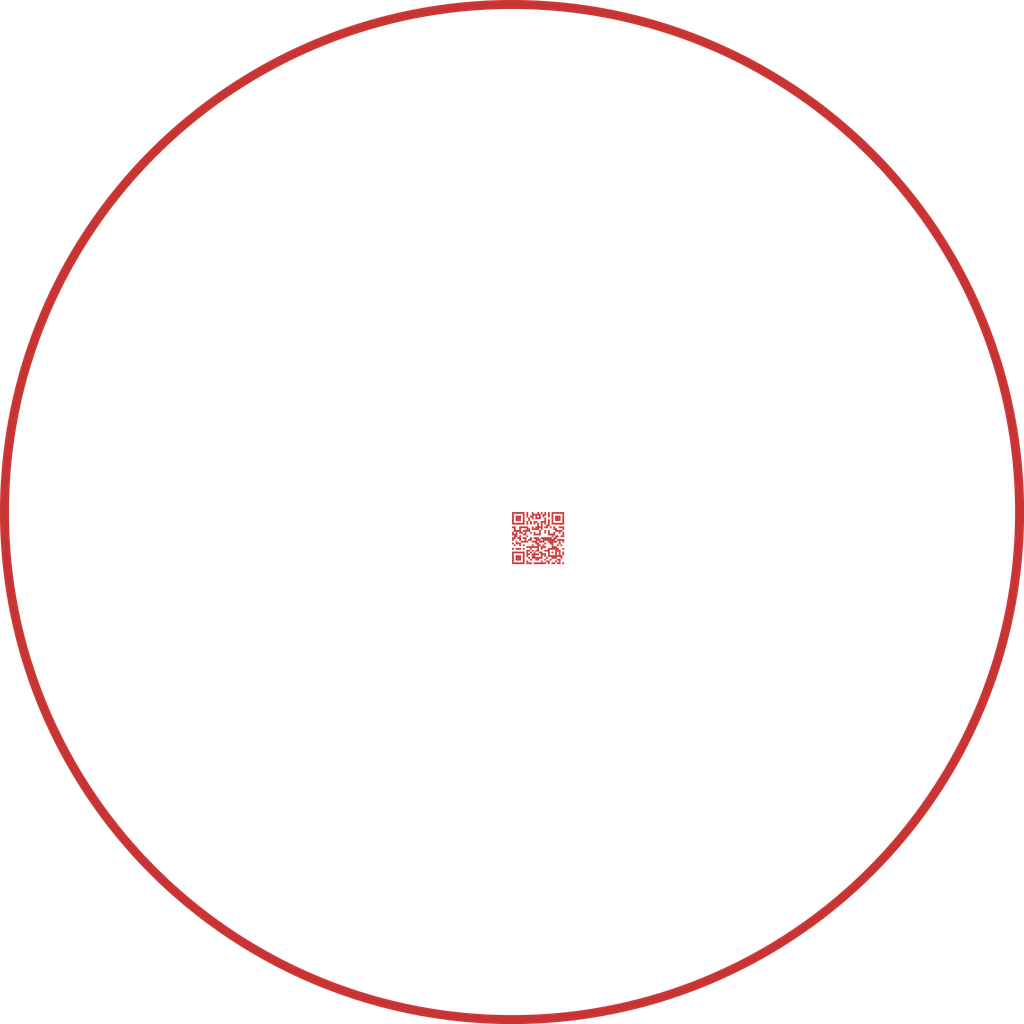
<source format=kicad_pcb>
(kicad_pcb
	(version 20241229)
	(generator "pcbnew")
	(generator_version "9.0")
	(general
		(thickness 1.6)
		(legacy_teardrops no)
	)
	(paper "A4")
	(layers
		(0 "F.Cu" signal)
		(4 "In1.Cu" signal)
		(6 "In2.Cu" signal)
		(2 "B.Cu" signal)
		(9 "F.Adhes" user "F.Adhesive")
		(11 "B.Adhes" user "B.Adhesive")
		(13 "F.Paste" user)
		(15 "B.Paste" user)
		(5 "F.SilkS" user "F.Silkscreen")
		(7 "B.SilkS" user "B.Silkscreen")
		(1 "F.Mask" user)
		(3 "B.Mask" user)
		(17 "Dwgs.User" user "User.Drawings")
		(19 "Cmts.User" user "User.Comments")
		(21 "Eco1.User" user "User.Eco1")
		(23 "Eco2.User" user "User.Eco2")
		(25 "Edge.Cuts" user)
		(27 "Margin" user)
		(31 "F.CrtYd" user "F.Courtyard")
		(29 "B.CrtYd" user "B.Courtyard")
		(35 "F.Fab" user)
		(33 "B.Fab" user)
		(39 "User.1" user)
		(41 "User.2" user)
		(43 "User.3" user)
		(45 "User.4" user)
	)
	(setup
		(stackup
			(layer "F.SilkS"
				(type "Top Silk Screen")
			)
			(layer "F.Paste"
				(type "Top Solder Paste")
			)
			(layer "F.Mask"
				(type "Top Solder Mask")
				(thickness 0.01)
			)
			(layer "F.Cu"
				(type "copper")
				(thickness 0.035)
			)
			(layer "dielectric 1"
				(type "prepreg")
				(thickness 0.1)
				(material "FR4")
				(epsilon_r 4.5)
				(loss_tangent 0.02)
			)
			(layer "In1.Cu"
				(type "copper")
				(thickness 0.035)
			)
			(layer "dielectric 2"
				(type "core")
				(thickness 1.24)
				(material "FR4")
				(epsilon_r 4.5)
				(loss_tangent 0.02)
			)
			(layer "In2.Cu"
				(type "copper")
				(thickness 0.035)
			)
			(layer "dielectric 3"
				(type "prepreg")
				(thickness 0.1)
				(material "FR4")
				(epsilon_r 4.5)
				(loss_tangent 0.02)
			)
			(layer "B.Cu"
				(type "copper")
				(thickness 0.035)
			)
			(layer "B.Mask"
				(type "Bottom Solder Mask")
				(thickness 0.01)
			)
			(layer "B.Paste"
				(type "Bottom Solder Paste")
			)
			(layer "B.SilkS"
				(type "Bottom Silk Screen")
			)
			(copper_finish "None")
			(dielectric_constraints no)
		)
		(pad_to_mask_clearance 0)
		(allow_soldermask_bridges_in_footprints no)
		(tenting front back)
		(pcbplotparams
			(layerselection 0x00000000_00000000_55555555_5755f5ff)
			(plot_on_all_layers_selection 0x00000000_00000000_00000000_00000000)
			(disableapertmacros no)
			(usegerberextensions no)
			(usegerberattributes yes)
			(usegerberadvancedattributes yes)
			(creategerberjobfile yes)
			(dashed_line_dash_ratio 12.000000)
			(dashed_line_gap_ratio 3.000000)
			(svgprecision 4)
			(plotframeref no)
			(mode 1)
			(useauxorigin no)
			(hpglpennumber 1)
			(hpglpenspeed 20)
			(hpglpendiameter 15.000000)
			(pdf_front_fp_property_popups yes)
			(pdf_back_fp_property_popups yes)
			(pdf_metadata yes)
			(pdf_single_document no)
			(dxfpolygonmode yes)
			(dxfimperialunits yes)
			(dxfusepcbnewfont yes)
			(psnegative no)
			(psa4output no)
			(plot_black_and_white yes)
			(sketchpadsonfab no)
			(plotpadnumbers no)
			(hidednponfab no)
			(sketchdnponfab yes)
			(crossoutdnponfab yes)
			(subtractmaskfromsilk no)
			(outputformat 1)
			(mirror no)
			(drillshape 1)
			(scaleselection 1)
			(outputdirectory "")
		)
	)
	(net 0 "")
	(gr_rect
		(start 0.8 4.4)
		(end 1 4.6)
		(stroke
			(width 0)
			(type solid)
		)
		(fill yes)
		(layer "F.Cu")
		(uuid "01483e54-8d72-46f0-9b30-e066cdbd96e9")
	)
	(gr_rect
		(start 0 0.4)
		(end 0.2 0.6)
		(stroke
			(width 0)
			(type solid)
		)
		(fill yes)
		(layer "F.Cu")
		(uuid "015f1b16-61ef-4a9a-b3f3-5f5805a41f35")
	)
	(gr_rect
		(start 1.6 4.6)
		(end 1.8 4.8)
		(stroke
			(width 0)
			(type solid)
		)
		(fill yes)
		(layer "F.Cu")
		(uuid "016fc80b-94b6-4d03-9719-2b79c9c58860")
	)
	(gr_rect
		(start 0.4 4.4)
		(end 0.6 4.6)
		(stroke
			(width 0)
			(type solid)
		)
		(fill yes)
		(layer "F.Cu")
		(uuid "01eb58e5-aa39-4d71-86a6-24e2bf3f30f1")
	)
	(gr_rect
		(start 2 3)
		(end 2.2 3.2)
		(stroke
			(width 0)
			(type solid)
		)
		(fill yes)
		(layer "F.Cu")
		(uuid "0205ca07-cdf8-4b29-8dde-19c3f802d67a")
	)
	(gr_rect
		(start 1.6 2)
		(end 1.8 2.2)
		(stroke
			(width 0)
			(type solid)
		)
		(fill yes)
		(layer "F.Cu")
		(uuid "026c7f8a-2e00-42b2-af22-9d77ab976444")
	)
	(gr_rect
		(start 0.6 4.8)
		(end 0.8 5)
		(stroke
			(width 0)
			(type solid)
		)
		(fill yes)
		(layer "F.Cu")
		(uuid "028c2fd9-dd2f-4061-9b00-ec1614601d31")
	)
	(gr_rect
		(start 1.2 5.6)
		(end 1.4 5.8)
		(stroke
			(width 0)
			(type solid)
		)
		(fill yes)
		(layer "F.Cu")
		(uuid "02dff589-e5fd-47c8-b89e-e046bd03e36e")
	)
	(gr_rect
		(start 0.6 4)
		(end 0.8 4.2)
		(stroke
			(width 0)
			(type solid)
		)
		(fill yes)
		(layer "F.Cu")
		(uuid "02ed1b39-0d85-4221-83f6-4441ddec7f77")
	)
	(gr_rect
		(start 5.2 3.2)
		(end 5.4 3.4)
		(stroke
			(width 0)
			(type solid)
		)
		(fill yes)
		(layer "F.Cu")
		(uuid "03d05f72-3af2-4841-a8f7-d06622e1c890")
	)
	(gr_rect
		(start 0.8 2.8)
		(end 1 3)
		(stroke
			(width 0)
			(type solid)
		)
		(fill yes)
		(layer "F.Cu")
		(uuid "041a013b-db97-4a29-ae1b-e003016563de")
	)
	(gr_rect
		(start 4.8 2)
		(end 5 2.2)
		(stroke
			(width 0)
			(type solid)
		)
		(fill yes)
		(layer "F.Cu")
		(uuid "04bdc0d3-13dd-4b6a-b67d-55b7e5d4b127")
	)
	(gr_rect
		(start 2.4 4.4)
		(end 2.6 4.6)
		(stroke
			(width 0)
			(type solid)
		)
		(fill yes)
		(layer "F.Cu")
		(uuid "055c0549-3e54-47f8-83bc-f5c8d688ea28")
	)
	(gr_rect
		(start 4.6 5.6)
		(end 4.8 5.8)
		(stroke
			(width 0)
			(type solid)
		)
		(fill yes)
		(layer "F.Cu")
		(uuid "06676191-4983-46ba-80ad-440c5f9565bc")
	)
	(gr_rect
		(start 2.6 5.2)
		(end 2.8 5.4)
		(stroke
			(width 0)
			(type solid)
		)
		(fill yes)
		(layer "F.Cu")
		(uuid "068a665c-8e7c-4caa-ac97-9445d306af22")
	)
	(gr_rect
		(start 5.2 5.2)
		(end 5.4 5.4)
		(stroke
			(width 0)
			(type solid)
		)
		(fill yes)
		(layer "F.Cu")
		(uuid "06e5f50c-6597-4792-b75f-5b2644e5b4fa")
	)
	(gr_rect
		(start 5 2)
		(end 5.2 2.2)
		(stroke
			(width 0)
			(type solid)
		)
		(fill yes)
		(layer "F.Cu")
		(uuid "07ab99b5-aa3b-4920-857c-cea5a199eb34")
	)
	(gr_rect
		(start 4 2.2)
		(end 4.2 2.4)
		(stroke
			(width 0)
			(type solid)
		)
		(fill yes)
		(layer "F.Cu")
		(uuid "089e8bca-f752-4071-9063-4479e1573ee3")
	)
	(gr_rect
		(start 4.4 2.4)
		(end 4.6 2.6)
		(stroke
			(width 0)
			(type solid)
		)
		(fill yes)
		(layer "F.Cu")
		(uuid "08c3e929-5120-459c-8b41-9bac878d6d27")
	)
	(gr_rect
		(start 0 0.2)
		(end 0.2 0.4)
		(stroke
			(width 0)
			(type solid)
		)
		(fill yes)
		(layer "F.Cu")
		(uuid "08c45957-a204-49d3-b1a8-5885e66bf603")
	)
	(gr_rect
		(start 5.4 5)
		(end 5.6 5.2)
		(stroke
			(width 0)
			(type solid)
		)
		(fill yes)
		(layer "F.Cu")
		(uuid "09299894-4ce7-470d-8e76-752a54819e2d")
	)
	(gr_rect
		(start 1.6 5.4)
		(end 1.8 5.6)
		(stroke
			(width 0)
			(type solid)
		)
		(fill yes)
		(layer "F.Cu")
		(uuid "0ba0abc7-ca31-4d53-8163-b11b2ea5079c")
	)
	(gr_rect
		(start 5 0.6)
		(end 5.2 0.8)
		(stroke
			(width 0)
			(type solid)
		)
		(fill yes)
		(layer "F.Cu")
		(uuid "0ba0d17f-6721-41fd-bb0a-ef3b28ab82fc")
	)
	(gr_rect
		(start 4.4 5)
		(end 4.6 5.2)
		(stroke
			(width 0)
			(type solid)
		)
		(fill yes)
		(layer "F.Cu")
		(uuid "0bea5b09-c1c6-4ebb-96c6-3279cfc903b4")
	)
	(gr_rect
		(start 5.6 1.2)
		(end 5.8 1.4)
		(stroke
			(width 0)
			(type solid)
		)
		(fill yes)
		(layer "F.Cu")
		(uuid "0bf357b8-9af8-4b5c-a8c7-95b8b6f1ca73")
	)
	(gr_rect
		(start 1.2 0.4)
		(end 1.4 0.6)
		(stroke
			(width 0)
			(type solid)
		)
		(fill yes)
		(layer "F.Cu")
		(uuid "0c2aa086-63be-457e-83cb-e5bcb530d9fd")
	)
	(gr_rect
		(start 2.8 0.2)
		(end 3 0.4)
		(stroke
			(width 0)
			(type solid)
		)
		(fill yes)
		(layer "F.Cu")
		(uuid "0c56928b-5a71-4399-b750-9df595c09136")
	)
	(gr_rect
		(start 4.8 0.8)
		(end 5 1)
		(stroke
			(width 0)
			(type solid)
		)
		(fill yes)
		(layer "F.Cu")
		(uuid "0db6f49b-ffd9-45bc-baff-55cd8c4ed537")
	)
	(gr_rect
		(start 0.8 2)
		(end 1 2.2)
		(stroke
			(width 0)
			(type solid)
		)
		(fill yes)
		(layer "F.Cu")
		(uuid "0e0aaa2b-4926-4bd1-89b1-99aafa4f078a")
	)
	(gr_rect
		(start 2.8 3)
		(end 3 3.2)
		(stroke
			(width 0)
			(type solid)
		)
		(fill yes)
		(layer "F.Cu")
		(uuid "0fc7b753-765e-4c58-94cb-e3d0cdf246f1")
	)
	(gr_rect
		(start 4.4 0.4)
		(end 4.6 0.6)
		(stroke
			(width 0)
			(type solid)
		)
		(fill yes)
		(layer "F.Cu")
		(uuid "1058f49f-a899-4e6d-91a6-d29f6109b97e")
	)
	(gr_rect
		(start 3.2 5.4)
		(end 3.4 5.6)
		(stroke
			(width 0)
			(type solid)
		)
		(fill yes)
		(layer "F.Cu")
		(uuid "11453dae-b48d-4e7b-87a7-3ec510e720db")
	)
	(gr_rect
		(start 2.2 0.4)
		(end 2.4 0.6)
		(stroke
			(width 0)
			(type solid)
		)
		(fill yes)
		(layer "F.Cu")
		(uuid "118dda44-777d-4db3-a176-251bc9870287")
	)
	(gr_rect
		(start 4 0.8)
		(end 4.2 1)
		(stroke
			(width 0)
			(type solid)
		)
		(fill yes)
		(layer "F.Cu")
		(uuid "1231b5c5-3a57-4613-9ce2-c0037b697541")
	)
	(gr_rect
		(start 3.2 5)
		(end 3.4 5.2)
		(stroke
			(width 0)
			(type solid)
		)
		(fill yes)
		(layer "F.Cu")
		(uuid "1232137e-d004-4ff6-8f2a-318be6432fa9")
	)
	(gr_rect
		(start 5.4 4.8)
		(end 5.6 5)
		(stroke
			(width 0)
			(type solid)
		)
		(fill yes)
		(layer "F.Cu")
		(uuid "1300dc3e-7da8-4953-afd6-c3187585bfb4")
	)
	(gr_rect
		(start 3.6 2.8)
		(end 3.8 3)
		(stroke
			(width 0)
			(type solid)
		)
		(fill yes)
		(layer "F.Cu")
		(uuid "130aa67e-9061-4a04-a8d3-ab808e70afb3")
	)
	(gr_rect
		(start 0.2 2)
		(end 0.4 2.2)
		(stroke
			(width 0)
			(type solid)
		)
		(fill yes)
		(layer "F.Cu")
		(uuid "13b98e97-ef16-43b1-b60d-905fbae325d5")
	)
	(gr_rect
		(start 3.4 0.4)
		(end 3.6 0.6)
		(stroke
			(width 0)
			(type solid)
		)
		(fill yes)
		(layer "F.Cu")
		(uuid "15cb4c9b-b626-4003-92fb-41d8d9b5169f")
	)
	(gr_rect
		(start 4.4 0.2)
		(end 4.6 0.4)
		(stroke
			(width 0)
			(type solid)
		)
		(fill yes)
		(layer "F.Cu")
		(uuid "162f2650-430f-496f-b2f7-235043b68252")
	)
	(gr_rect
		(start 4.8 2.6)
		(end 5 2.8)
		(stroke
			(width 0)
			(type solid)
		)
		(fill yes)
		(layer "F.Cu")
		(uuid "169cdf66-69a3-4823-913c-6c9cf2e46bf6")
	)
	(gr_rect
		(start 4 3)
		(end 4.2 3.2)
		(stroke
			(width 0)
			(type solid)
		)
		(fill yes)
		(layer "F.Cu")
		(uuid "170ba388-3b5b-4751-8cca-67439df683d1")
	)
	(gr_rect
		(start 4.2 3.4)
		(end 4.4 3.6)
		(stroke
			(width 0)
			(type solid)
		)
		(fill yes)
		(layer "F.Cu")
		(uuid "1a69b70b-b1b4-494c-817b-b4db50985c2e")
	)
	(gr_rect
		(start 5.6 2.6)
		(end 5.8 2.8)
		(stroke
			(width 0)
			(type solid)
		)
		(fill yes)
		(layer "F.Cu")
		(uuid "1a74c7a6-fbec-4240-b865-62646b415d40")
	)
	(gr_rect
		(start 5 1.2)
		(end 5.2 1.4)
		(stroke
			(width 0)
			(type solid)
		)
		(fill yes)
		(layer "F.Cu")
		(uuid "1aa17d49-eb8c-45d9-9d88-caae28248024")
	)
	(gr_rect
		(start 3.6 4.8)
		(end 3.8 5)
		(stroke
			(width 0)
			(type solid)
		)
		(fill yes)
		(layer "F.Cu")
		(uuid "1ad6f6b8-0d27-4f81-bfb2-22a1e514f721")
	)
	(gr_rect
		(start 3.4 5.6)
		(end 3.6 5.8)
		(stroke
			(width 0)
			(type solid)
		)
		(fill yes)
		(layer "F.Cu")
		(uuid "1b168b19-0c48-4199-9c0c-8cf8771d7ceb")
	)
	(gr_rect
		(start 5.6 0.8)
		(end 5.8 1)
		(stroke
			(width 0)
			(type solid)
		)
		(fill yes)
		(layer "F.Cu")
		(uuid "1b880656-fc7f-41b8-a393-860221a54dae")
	)
	(gr_rect
		(start 5.6 3.2)
		(end 5.8 3.4)
		(stroke
			(width 0)
			(type solid)
		)
		(fill yes)
		(layer "F.Cu")
		(uuid "1b904dd0-02a8-45a5-9384-c3da9d39d788")
	)
	(gr_rect
		(start 4.8 0.4)
		(end 5 0.6)
		(stroke
			(width 0)
			(type solid)
		)
		(fill yes)
		(layer "F.Cu")
		(uuid "1bf14094-cc7a-41cb-a0d2-d2ff86a3b4fa")
	)
	(gr_rect
		(start 2.6 5)
		(end 2.8 5.2)
		(stroke
			(width 0)
			(type solid)
		)
		(fill yes)
		(layer "F.Cu")
		(uuid "1c70bf2b-497b-42ed-a00d-d624ce5b3e77")
	)
	(gr_rect
		(start 0.4 5)
		(end 0.6 5.2)
		(stroke
			(width 0)
			(type solid)
		)
		(fill yes)
		(layer "F.Cu")
		(uuid "1cdc5faa-5ba3-420f-96c1-835c76d2d652")
	)
	(gr_rect
		(start 1.4 2.4)
		(end 1.6 2.6)
		(stroke
			(width 0)
			(type solid)
		)
		(fill yes)
		(layer "F.Cu")
		(uuid "1cecc572-be85-4b6a-9038-d28da44adc24")
	)
	(gr_rect
		(start 1.2 4.8)
		(end 1.4 5)
		(stroke
			(width 0)
			(type solid)
		)
		(fill yes)
		(layer "F.Cu")
		(uuid "1cfafd8c-0ab6-4df9-a1aa-e4baaf987674")
	)
	(gr_rect
		(start 0.8 3.6)
		(end 1 3.8)
		(stroke
			(width 0)
			(type solid)
		)
		(fill yes)
		(layer "F.Cu")
		(uuid "1d24b2b5-f46b-475f-87b9-10a785051b28")
	)
	(gr_rect
		(start 4.2 1.6)
		(end 4.4 1.8)
		(stroke
			(width 0)
			(type solid)
		)
		(fill yes)
		(layer "F.Cu")
		(uuid "1d3ec2e8-89e8-481c-a948-12f029f54cda")
	)
	(gr_rect
		(start 2.6 4.6)
		(end 2.8 4.8)
		(stroke
			(width 0)
			(type solid)
		)
		(fill yes)
		(layer "F.Cu")
		(uuid "1dc18c15-22ac-4c60-8b19-4ba90c2875db")
	)
	(gr_rect
		(start 5.2 4.6)
		(end 5.4 4.8)
		(stroke
			(width 0)
			(type solid)
		)
		(fill yes)
		(layer "F.Cu")
		(uuid "1e569870-2ea9-4937-b931-677861de098a")
	)
	(gr_rect
		(start 4.8 4.6)
		(end 5 4.8)
		(stroke
			(width 0)
			(type solid)
		)
		(fill yes)
		(layer "F.Cu")
		(uuid "2004f5f9-3c81-4097-a218-a094473ac812")
	)
	(gr_rect
		(start 4 4.8)
		(end 4.2 5)
		(stroke
			(width 0)
			(type solid)
		)
		(fill yes)
		(layer "F.Cu")
		(uuid "21464333-562c-4c3b-bb35-8cb4c012a683")
	)
	(gr_rect
		(start 1.6 2.6)
		(end 1.8 2.8)
		(stroke
			(width 0)
			(type solid)
		)
		(fill yes)
		(layer "F.Cu")
		(uuid "222310d9-eef0-46fc-999b-222459730037")
	)
	(gr_rect
		(start 1.2 0)
		(end 1.4 0.2)
		(stroke
			(width 0)
			(type solid)
		)
		(fill yes)
		(layer "F.Cu")
		(uuid "226a8e6c-4652-4626-8417-921d270ed6fa")
	)
	(gr_rect
		(start 1.8 5)
		(end 2 5.2)
		(stroke
			(width 0)
			(type solid)
		)
		(fill yes)
		(layer "F.Cu")
		(uuid "240c901d-322a-4069-a456-5afb6e010d6b")
	)
	(gr_rect
		(start 3.2 5.6)
		(end 3.4 5.8)
		(stroke
			(width 0)
			(type solid)
		)
		(fill yes)
		(layer "F.Cu")
		(uuid "24251a32-0475-4376-bfc2-36244bf2ef20")
	)
	(gr_rect
		(start 3.6 2.2)
		(end 3.8 2.4)
		(stroke
			(width 0)
			(type solid)
		)
		(fill yes)
		(layer "F.Cu")
		(uuid "24d3b512-4215-4e20-9b9c-33ab08ee3a97")
	)
	(gr_rect
		(start 2.4 2.2)
		(end 2.6 2.4)
		(stroke
			(width 0)
			(type solid)
		)
		(fill yes)
		(layer "F.Cu")
		(uuid "255eff3d-b561-4ab9-a2c3-3b15081fd2ff")
	)
	(gr_rect
		(start 0.2 1.8)
		(end 0.4 2)
		(stroke
			(width 0)
			(type solid)
		)
		(fill yes)
		(layer "F.Cu")
		(uuid "25a5b317-8669-44ba-b1a0-00551ee8de12")
	)
	(gr_rect
		(start 2.2 0)
		(end 2.4 0.2)
		(stroke
			(width 0)
			(type solid)
		)
		(fill yes)
		(layer "F.Cu")
		(uuid "26f7e58c-e070-42d9-bb42-c4caeda71bdc")
	)
	(gr_rect
		(start 1.4 3.2)
		(end 1.6 3.4)
		(stroke
			(width 0)
			(type solid)
		)
		(fill yes)
		(layer "F.Cu")
		(uuid "27b17447-7b54-421f-9ccc-c533c971e915")
	)
	(gr_rect
		(start 1.8 5.6)
		(end 2 5.8)
		(stroke
			(width 0)
			(type solid)
		)
		(fill yes)
		(layer "F.Cu")
		(uuid "281f4174-2d77-4631-90c5-65cfc954c442")
	)
	(gr_rect
		(start 3.2 0)
		(end 3.4 0.2)
		(stroke
			(width 0)
			(type solid)
		)
		(fill yes)
		(layer "F.Cu")
		(uuid "28592ab9-e0c0-4b34-ad07-c8453bda48a6")
	)
	(gr_rect
		(start 3.2 1.2)
		(end 3.4 1.4)
		(stroke
			(width 0)
			(type solid)
		)
		(fill yes)
		(layer "F.Cu")
		(uuid "286f5219-72fd-4d68-9072-f400b8920608")
	)
	(gr_rect
		(start 4.2 2.4)
		(end 4.4 2.6)
		(stroke
			(width 0)
			(type solid)
		)
		(fill yes)
		(layer "F.Cu")
		(uuid "287e1e82-a4bd-4710-afa0-0277009e75aa")
	)
	(gr_rect
		(start 1.8 1.8)
		(end 2 2)
		(stroke
			(width 0)
			(type solid)
		)
		(fill yes)
		(layer "F.Cu")
		(uuid "28d35c58-7ce8-479c-89ff-77c664523532")
	)
	(gr_rect
		(start 1.6 1)
		(end 1.8 1.2)
		(stroke
			(width 0)
			(type solid)
		)
		(fill yes)
		(layer "F.Cu")
		(uuid "2a004295-b166-4223-8c82-3818f8161b19")
	)
	(gr_rect
		(start 2.2 3.6)
		(end 2.4 3.8)
		(stroke
			(width 0)
			(type solid)
		)
		(fill yes)
		(layer "F.Cu")
		(uuid "2a95aa38-b88b-411a-8d65-7b14ef664813")
	)
	(gr_rect
		(start 2.2 3.8)
		(end 2.4 4)
		(stroke
			(width 0)
			(type solid)
		)
		(fill yes)
		(layer "F.Cu")
		(uuid "2aa9f19d-afd2-455e-ae31-2d1d13e59086")
	)
	(gr_rect
		(start 3.4 3.8)
		(end 3.6 4)
		(stroke
			(width 0)
			(type solid)
		)
		(fill yes)
		(layer "F.Cu")
		(uuid "2add1397-2736-4352-9db7-6996ae603475")
	)
	(gr_rect
		(start 5.2 2)
		(end 5.4 2.2)
		(stroke
			(width 0)
			(type solid)
		)
		(fill yes)
		(layer "F.Cu")
		(uuid "2b9d9eda-bef9-4759-88eb-5e49c8f11237")
	)
	(gr_rect
		(start 0 1)
		(end 0.2 1.2)
		(stroke
			(width 0)
			(type solid)
		)
		(fill yes)
		(layer "F.Cu")
		(uuid "2cc90204-e0aa-4431-a0ce-cdf628885eb9")
	)
	(gr_rect
		(start 1.8 2)
		(end 2 2.2)
		(stroke
			(width 0)
			(type solid)
		)
		(fill yes)
		(layer "F.Cu")
		(uuid "2d96c203-928c-489a-870a-241db885b2be")
	)
	(gr_rect
		(start 1.6 4.4)
		(end 1.8 4.6)
		(stroke
			(width 0)
			(type solid)
		)
		(fill yes)
		(layer "F.Cu")
		(uuid "2db26909-cac5-4573-b760-5fc95d7d1ef2")
	)
	(gr_rect
		(start 5.2 0.4)
		(end 5.4 0.6)
		(stroke
			(width 0)
			(type solid)
		)
		(fill yes)
		(layer "F.Cu")
		(uuid "2dd86060-38c7-4524-8135-ea0f628fe978")
	)
	(gr_rect
		(start 3.8 1.6)
		(end 4 1.8)
		(stroke
			(width 0)
			(type solid)
		)
		(fill yes)
		(layer "F.Cu")
		(uuid "2e02e628-89b9-4b57-9228-486632296357")
	)
	(gr_rect
		(start 2.8 1.8)
		(end 3 2)
		(stroke
			(width 0)
			(type solid)
		)
		(fill yes)
		(layer "F.Cu")
		(uuid "2eff88ad-d393-43fe-aec1-9939fe9ac8b5")
	)
	(gr_rect
		(start 2.4 3.8)
		(end 2.6 4)
		(stroke
			(width 0)
			(type solid)
		)
		(fill yes)
		(layer "F.Cu")
		(uuid "2f0367d6-4467-4325-a74b-0856feb338fc")
	)
	(gr_rect
		(start 1 4.4)
		(end 1.2 4.6)
		(stroke
			(width 0)
			(type solid)
		)
		(fill yes)
		(layer "F.Cu")
		(uuid "2f8a78cb-166b-4496-9b21-06215d826521")
	)
	(gr_rect
		(start 4 1.4)
		(end 4.2 1.6)
		(stroke
			(width 0)
			(type solid)
		)
		(fill yes)
		(layer "F.Cu")
		(uuid "2fc8c289-61d7-41ab-bcda-2d50f40e908c")
	)
	(gr_rect
		(start 4.6 3.8)
		(end 4.8 4)
		(stroke
			(width 0)
			(type solid)
		)
		(fill yes)
		(layer "F.Cu")
		(uuid "30c2f7f7-aba5-4c78-8e11-8978c86375fc")
	)
	(gr_rect
		(start 0.8 3.4)
		(end 1 3.6)
		(stroke
			(width 0)
			(type solid)
		)
		(fill yes)
		(layer "F.Cu")
		(uuid "3143a0a3-6100-4737-b9de-38aadbd50809")
	)
	(gr_rect
		(start 0.8 4.8)
		(end 1 5)
		(stroke
			(width 0)
			(type solid)
		)
		(fill yes)
		(layer "F.Cu")
		(uuid "3280689d-0f1f-4bdb-ae1f-60c4aa71f4b3")
	)
	(gr_rect
		(start 2.4 2.8)
		(end 2.6 3)
		(stroke
			(width 0)
			(type solid)
		)
		(fill yes)
		(layer "F.Cu")
		(uuid "338aa73c-b3ce-4e8a-9374-a4537932b8d8")
	)
	(gr_rect
		(start 1.8 0.6)
		(end 2 0.8)
		(stroke
			(width 0)
			(type solid)
		)
		(fill yes)
		(layer "F.Cu")
		(uuid "33e766f1-95fd-4e65-838f-be115b42ad84")
	)
	(gr_rect
		(start 0 5.2)
		(end 0.2 5.4)
		(stroke
			(width 0)
			(type solid)
		)
		(fill yes)
		(layer "F.Cu")
		(uuid "3454a8d6-29fc-48f7-b272-8a6c9e2a54b8")
	)
	(gr_rect
		(start 0 0.8)
		(end 0.2 1)
		(stroke
			(width 0)
			(type solid)
		)
		(fill yes)
		(layer "F.Cu")
		(uuid "35f5145b-2244-4752-b0bb-d17a26f3738d")
	)
	(gr_rect
		(start 4.2 4)
		(end 4.4 4.2)
		(stroke
			(width 0)
			(type solid)
		)
		(fill yes)
		(layer "F.Cu")
		(uuid "368d37b9-9d59-4a07-bc83-115806ef1ae2")
	)
	(gr_rect
		(start 4.2 5.2)
		(end 4.4 5.4)
		(stroke
			(width 0)
			(type solid)
		)
		(fill yes)
		(layer "F.Cu")
		(uuid "3825c802-8d6c-478e-bc29-bbba62020cd5")
	)
	(gr_rect
		(start 0.4 2.6)
		(end 0.6 2.8)
		(stroke
			(width 0)
			(type solid)
		)
		(fill yes)
		(layer "F.Cu")
		(uuid "3843d388-c63a-40a4-80f7-0aa8d8c5b3ad")
	)
	(gr_rect
		(start 3.8 2.8)
		(end 4 3)
		(stroke
			(width 0)
			(type solid)
		)
		(fill yes)
		(layer "F.Cu")
		(uuid "399319fe-cedd-4f28-bc0e-9ff344f64e2b")
	)
	(gr_rect
		(start 4 4.4)
		(end 4.2 4.6)
		(stroke
			(width 0)
			(type solid)
		)
		(fill yes)
		(layer "F.Cu")
		(uuid "39d86418-21b4-4816-a307-b09b16910db8")
	)
	(gr_rect
		(start 2 2.2)
		(end 2.2 2.4)
		(stroke
			(width 0)
			(type solid)
		)
		(fill yes)
		(layer "F.Cu")
		(uuid "3a9966d8-4a99-4b96-8b4b-30317e9e0029")
	)
	(gr_rect
		(start 0.2 2.4)
		(end 0.4 2.6)
		(stroke
			(width 0)
			(type solid)
		)
		(fill yes)
		(layer "F.Cu")
		(uuid "3acc1cb8-eceb-4e9e-a515-3817ad6a6675")
	)
	(gr_rect
		(start 0.8 4)
		(end 1 4.2)
		(stroke
			(width 0)
			(type solid)
		)
		(fill yes)
		(layer "F.Cu")
		(uuid "3b49d00c-f461-42ff-a551-cfe83e718b8e")
	)
	(gr_rect
		(start 5.4 1.6)
		(end 5.6 1.8)
		(stroke
			(width 0)
			(type solid)
		)
		(fill yes)
		(layer "F.Cu")
		(uuid "3b836639-a800-4459-8771-77d2544fee8d")
	)
	(gr_rect
		(start 4 0.4)
		(end 4.2 0.6)
		(stroke
			(width 0)
			(type solid)
		)
		(fill yes)
		(layer "F.Cu")
		(uuid "3bbdd818-46af-41a9-8505-faf13dd59382")
	)
	(gr_rect
		(start 2.6 2.4)
		(end 2.8 2.6)
		(stroke
			(width 0)
			(type solid)
		)
		(fill yes)
		(layer "F.Cu")
		(uuid "3bd37fdc-a2ed-4aa9-9470-385b2b96a9f1")
	)
	(gr_rect
		(start 0 4)
		(end 0.2 4.2)
		(stroke
			(width 0)
			(type solid)
		)
		(fill yes)
		(layer "F.Cu")
		(uuid "3bee458e-6ade-4da1-9142-2bb5b14f3e00")
	)
	(gr_rect
		(start 0.4 5.6)
		(end 0.6 5.8)
		(stroke
			(width 0)
			(type solid)
		)
		(fill yes)
		(layer "F.Cu")
		(uuid "3c042155-c898-4052-81b3-a564f7e69d7c")
	)
	(gr_rect
		(start 0 5)
		(end 0.2 5.2)
		(stroke
			(width 0)
			(type solid)
		)
		(fill yes)
		(layer "F.Cu")
		(uuid "3d374a35-3b69-4e3e-9823-b9674c0e64e2")
	)
	(gr_rect
		(start 3 3.6)
		(end 3.2 3.8)
		(stroke
			(width 0)
			(type solid)
		)
		(fill yes)
		(layer "F.Cu")
		(uuid "3d6957e2-588f-4f5a-9dd9-67c3eb6f7c3f")
	)
	(gr_rect
		(start 1.6 5.6)
		(end 1.8 5.8)
		(stroke
			(width 0)
			(type solid)
		)
		(fill yes)
		(layer "F.Cu")
		(uuid "3da2f872-9176-4512-938f-0897f0818f23")
	)
	(gr_rect
		(start 0.4 0)
		(end 0.6 0.2)
		(stroke
			(width 0)
			(type solid)
		)
		(fill yes)
		(layer "F.Cu")
		(uuid "3e59e19c-88dd-4c5e-9dcd-3bd3b787e44a")
	)
	(gr_rect
		(start 5.6 4)
		(end 5.8 4.2)
		(stroke
			(width 0)
			(type solid)
		)
		(fill yes)
		(layer "F.Cu")
		(uuid "3e6bbb86-1ae8-4baa-abcc-f09f103bbadb")
	)
	(gr_rect
		(start 2.8 3.4)
		(end 3 3.6)
		(stroke
			(width 0)
			(type solid)
		)
		(fill yes)
		(layer "F.Cu")
		(uuid "3ecb2bd5-901a-45bf-8a28-58f8ddcf6cce")
	)
	(gr_rect
		(start 5 4.8)
		(end 5.2 5)
		(stroke
			(width 0)
			(type solid)
		)
		(fill yes)
		(layer "F.Cu")
		(uuid "40b91d1f-9512-4e97-a931-a1104ae61862")
	)
	(gr_rect
		(start 4.6 1.6)
		(end 4.8 1.8)
		(stroke
			(width 0)
			(type solid)
		)
		(fill yes)
		(layer "F.Cu")
		(uuid "41908216-003b-4c8a-8699-b2f7c650e8ee")
	)
	(gr_rect
		(start 1.6 0)
		(end 1.8 0.2)
		(stroke
			(width 0)
			(type solid)
		)
		(fill yes)
		(layer "F.Cu")
		(uuid "42591442-a0e3-48dc-8fce-d679aadcd072")
	)
	(gr_rect
		(start 4 1.2)
		(end 4.2 1.4)
		(stroke
			(width 0)
			(type solid)
		)
		(fill yes)
		(layer "F.Cu")
		(uuid "42ad7ce5-c512-4c4b-a800-0346cfcf77a0")
	)
	(gr_rect
		(start 3.6 5.2)
		(end 3.8 5.4)
		(stroke
			(width 0)
			(type solid)
		)
		(fill yes)
		(layer "F.Cu")
		(uuid "445fa191-a584-4ee2-aaec-b720e66698bc")
	)
	(gr_rect
		(start 3 2)
		(end 3.2 2.2)
		(stroke
			(width 0)
			(type solid)
		)
		(fill yes)
		(layer "F.Cu")
		(uuid "457d7b8c-3857-4e33-8df4-261cf7e12ddf")
	)
	(gr_rect
		(start 4.4 0.8)
		(end 4.6 1)
		(stroke
			(width 0)
			(type solid)
		)
		(fill yes)
		(layer "F.Cu")
		(uuid "45b2a3d8-1d33-41c0-8e57-834829b34319")
	)
	(gr_rect
		(start 4 0.2)
		(end 4.2 0.4)
		(stroke
			(width 0)
			(type solid)
		)
		(fill yes)
		(layer "F.Cu")
		(uuid "4652f28c-a1b2-416d-af73-082ea8421056")
	)
	(gr_rect
		(start 1.2 1.6)
		(end 1.4 1.8)
		(stroke
			(width 0)
			(type solid)
		)
		(fill yes)
		(layer "F.Cu")
		(uuid "469b1ad8-70c4-412f-b2f9-4b0f84afca10")
	)
	(gr_rect
		(start 4.4 4.8)
		(end 4.6 5)
		(stroke
			(width 0)
			(type solid)
		)
		(fill yes)
		(layer "F.Cu")
		(uuid "47f13f7a-cfee-47fb-8185-987b241df4f8")
	)
	(gr_rect
		(start 4.4 3.6)
		(end 4.6 3.8)
		(stroke
			(width 0)
			(type solid)
		)
		(fill yes)
		(layer "F.Cu")
		(uuid "487de915-7eba-4bd2-b53b-c35ce1dc784f")
	)
	(gr_rect
		(start 4 5.6)
		(end 4.2 5.8)
		(stroke
			(width 0)
			(type solid)
		)
		(fill yes)
		(layer "F.Cu")
		(uuid "48a57f15-62e2-4cc3-9bf0-aaa5087ebde9")
	)
	(gr_rect
		(start 5.6 4.6)
		(end 5.8 4.8)
		(stroke
			(width 0)
			(type solid)
		)
		(fill yes)
		(layer "F.Cu")
		(uuid "49b0652b-a58e-4c95-b16f-8e25544951a9")
	)
	(gr_rect
		(start 4 1)
		(end 4.2 1.2)
		(stroke
			(width 0)
			(type solid)
		)
		(fill yes)
		(layer "F.Cu")
		(uuid "4a3b9eef-f8db-41e2-b1e6-ad0f586adf22")
	)
	(gr_rect
		(start 5.6 0.6)
		(end 5.8 0.8)
		(stroke
			(width 0)
			(type solid)
		)
		(fill yes)
		(layer "F.Cu")
		(uuid "4a6d5fac-18da-4f82-b21d-880c949f2dff")
	)
	(gr_rect
		(start 3.2 4.6)
		(end 3.4 4.8)
		(stroke
			(width 0)
			(type solid)
		)
		(fill yes)
		(layer "F.Cu")
		(uuid "4b45cff4-7dc3-4ce1-94fe-365eb6ea6d67")
	)
	(gr_rect
		(start 3.6 1.2)
		(end 3.8 1.4)
		(stroke
			(width 0)
			(type solid)
		)
		(fill yes)
		(layer "F.Cu")
		(uuid "4b5af232-8a28-408e-8b04-e1233f84ceca")
	)
	(gr_rect
		(start 3.8 4.2)
		(end 4 4.4)
		(stroke
			(width 0)
			(type solid)
		)
		(fill yes)
		(layer "F.Cu")
		(uuid "4bcb044e-f70b-4aa3-8348-38bd56fda0e7")
	)
	(gr_rect
		(start 4.6 4.8)
		(end 4.8 5)
		(stroke
			(width 0)
			(type solid)
		)
		(fill yes)
		(layer "F.Cu")
		(uuid "4c4f1532-af3e-4279-ae27-a699eda1e335")
	)
	(gr_rect
		(start 1.8 3.8)
		(end 2 4)
		(stroke
			(width 0)
			(type solid)
		)
		(fill yes)
		(layer "F.Cu")
		(uuid "4c556fd2-43ff-441d-9cc1-1c398bb03396")
	)
	(gr_rect
		(start 5.2 2.2)
		(end 5.4 2.4)
		(stroke
			(width 0)
			(type solid)
		)
		(fill yes)
		(layer "F.Cu")
		(uuid "4cb6202b-5807-4bf7-90e6-cb02e30f4d97")
	)
	(gr_rect
		(start 0.4 0.6)
		(end 0.6 0.8)
		(stroke
			(width 0)
			(type solid)
		)
		(fill yes)
		(layer "F.Cu")
		(uuid "4cdb3432-fd55-4f11-b800-ab036ef97b87")
	)
	(gr_rect
		(start 2.6 2.8)
		(end 2.8 3)
		(stroke
			(width 0)
			(type solid)
		)
		(fill yes)
		(layer "F.Cu")
		(uuid "4cde52ec-ecf5-4012-968b-a370134b22a4")
	)
	(gr_rect
		(start 1.2 5)
		(end 1.4 5.2)
		(stroke
			(width 0)
			(type solid)
		)
		(fill yes)
		(layer "F.Cu")
		(uuid "4de6cb66-5425-48ef-a173-1e8c550aad1a")
	)
	(gr_rect
		(start 1.4 3)
		(end 1.6 3.2)
		(stroke
			(width 0)
			(type solid)
		)
		(fill yes)
		(layer "F.Cu")
		(uuid "4eb02d78-504c-413d-a4c9-d19be10abb5f")
	)
	(gr_rect
		(start 4.8 4.2)
		(end 5 4.4)
		(stroke
			(width 0)
			(type solid)
		)
		(fill yes)
		(layer "F.Cu")
		(uuid "4ecce907-4bc3-4c26-8393-c8ad46578c99")
	)
	(gr_rect
		(start 5.6 3)
		(end 5.8 3.2)
		(stroke
			(width 0)
			(type solid)
		)
		(fill yes)
		(layer "F.Cu")
		(uuid "4eea5900-457f-4f2a-b1f6-f3e8bcbea159")
	)
	(gr_rect
		(start 4 2.4)
		(end 4.2 2.6)
		(stroke
			(width 0)
			(type solid)
		)
		(fill yes)
		(layer "F.Cu")
		(uuid "506fbb10-c22c-49ca-a7d6-ba5f5678275b")
	)
	(gr_rect
		(start 5.6 0)
		(end 5.8 0.2)
		(stroke
			(width 0)
			(type solid)
		)
		(fill yes)
		(layer "F.Cu")
		(uuid "50871a12-2a80-4b2b-81ed-df6c79648e9a")
	)
	(gr_rect
		(start 2.4 0.2)
		(end 2.6 0.4)
		(stroke
			(width 0)
			(type solid)
		)
		(fill yes)
		(layer "F.Cu")
		(uuid "5095fb1c-e307-437d-b58e-b43b98595e60")
	)
	(gr_rect
		(start 3 5.6)
		(end 3.2 5.8)
		(stroke
			(width 0)
			(type solid)
		)
		(fill yes)
		(layer "F.Cu")
		(uuid "50b1a0ea-7bee-4dea-956c-35971adee08f")
	)
	(gr_rect
		(start 5 0)
		(end 5.2 0.2)
		(stroke
			(width 0)
			(type solid)
		)
		(fill yes)
		(layer "F.Cu")
		(uuid "50d3fda3-8fec-4fc1-9fc4-6dca35f8e27a")
	)
	(gr_rect
		(start 5 2.6)
		(end 5.2 2.8)
		(stroke
			(width 0)
			(type solid)
		)
		(fill yes)
		(layer "F.Cu")
		(uuid "5145d9da-973b-4283-9f7b-ae649ccf7855")
	)
	(gr_rect
		(start 2.8 2.4)
		(end 3 2.6)
		(stroke
			(width 0)
			(type solid)
		)
		(fill yes)
		(layer "F.Cu")
		(uuid "525bff26-dd12-4e68-9769-2c8301980786")
	)
	(gr_rect
		(start 2.6 0.2)
		(end 2.8 0.4)
		(stroke
			(width 0)
			(type solid)
		)
		(fill yes)
		(layer "F.Cu")
		(uuid "529b6ab7-1bc7-450e-bf8e-fa8aca94e1b0")
	)
	(gr_rect
		(start 1.6 1.6)
		(end 1.8 1.8)
		(stroke
			(width 0)
			(type solid)
		)
		(fill yes)
		(layer "F.Cu")
		(uuid "52c192e3-c54e-4d38-af9e-1acae3110a3f")
	)
	(gr_rect
		(start 0 3)
		(end 0.2 3.2)
		(stroke
			(width 0)
			(type solid)
		)
		(fill yes)
		(layer "F.Cu")
		(uuid "5388cd3f-dae7-42da-9aaf-66581878c5bb")
	)
	(gr_rect
		(start 5.2 3)
		(end 5.4 3.2)
		(stroke
			(width 0)
			(type solid)
		)
		(fill yes)
		(layer "F.Cu")
		(uuid "53d02e2f-b8f8-4276-9264-be988f3575c6")
	)
	(gr_rect
		(start 0.2 3.6)
		(end 0.4 3.8)
		(stroke
			(width 0)
			(type solid)
		)
		(fill yes)
		(layer "F.Cu")
		(uuid "53d8facc-2113-41e4-bed9-483fb5e5bd89")
	)
	(gr_rect
		(start 0.6 5.2)
		(end 0.8 5.4)
		(stroke
			(width 0)
			(type solid)
		)
		(fill yes)
		(layer "F.Cu")
		(uuid "54bbfd39-fa51-4928-9af3-753413f8a8c5")
	)
	(gr_rect
		(start 3.4 2.8)
		(end 3.6 3)
		(stroke
			(width 0)
			(type solid)
		)
		(fill yes)
		(layer "F.Cu")
		(uuid "553e3ae4-fea6-4403-9bf4-038f02963012")
	)
	(gr_rect
		(start 0 5.6)
		(end 0.2 5.8)
		(stroke
			(width 0)
			(type solid)
		)
		(fill yes)
		(layer "F.Cu")
		(uuid "5592edd2-3a91-477a-9807-178f879304c1")
	)
	(gr_rect
		(start 1.8 0.8)
		(end 2 1)
		(stroke
			(width 0)
			(type solid)
		)
		(fill yes)
		(layer "F.Cu")
		(uuid "55a9ddad-50d8-49f2-afa5-ec2bec2ac249")
	)
	(gr_rect
		(start 2.4 2.4)
		(end 2.6 2.6)
		(stroke
			(width 0)
			(type solid)
		)
		(fill yes)
		(layer "F.Cu")
		(uuid "56aa5562-8c74-4146-b2ae-34377d6aa530")
	)
	(gr_rect
		(start 0 5.4)
		(end 0.2 5.6)
		(stroke
			(width 0)
			(type solid)
		)
		(fill yes)
		(layer "F.Cu")
		(uuid "5776c4e9-6334-4e1d-a4a5-063a7f39d964")
	)
	(gr_rect
		(start 3 0.6)
		(end 3.2 0.8)
		(stroke
			(width 0)
			(type solid)
		)
		(fill yes)
		(layer "F.Cu")
		(uuid "57a0118d-4853-4a40-ac52-8306aa5e3cb7")
	)
	(gr_rect
		(start 0.6 3.4)
		(end 0.8 3.6)
		(stroke
			(width 0)
			(type solid)
		)
		(fill yes)
		(layer "F.Cu")
		(uuid "586db6d7-7045-4b40-b0bb-14f29c2b20a0")
	)
	(gr_rect
		(start 0.8 5.6)
		(end 1 5.8)
		(stroke
			(width 0)
			(type solid)
		)
		(fill yes)
		(layer "F.Cu")
		(uuid "59ff774e-2533-40c1-8d38-cae89e372158")
	)
	(gr_rect
		(start 5.6 0.2)
		(end 5.8 0.4)
		(stroke
			(width 0)
			(type solid)
		)
		(fill yes)
		(layer "F.Cu")
		(uuid "5a0c9b95-6da7-48a2-8b20-f3bcd6252923")
	)
	(gr_rect
		(start 5.6 4.4)
		(end 5.8 4.6)
		(stroke
			(width 0)
			(type solid)
		)
		(fill yes)
		(layer "F.Cu")
		(uuid "5a2bf325-3ca3-4197-b4d9-f34231fef501")
	)
	(gr_rect
		(start 1.6 1.2)
		(end 1.8 1.4)
		(stroke
			(width 0)
			(type solid)
		)
		(fill yes)
		(layer "F.Cu")
		(uuid "5a67ea08-30c9-4453-88f4-86199062ffe3")
	)
	(gr_rect
		(start 5.2 4.2)
		(end 5.4 4.4)
		(stroke
			(width 0)
			(type solid)
		)
		(fill yes)
		(layer "F.Cu")
		(uuid "5b8e0504-4080-4717-b661-69e99ea3b950")
	)
	(gr_rect
		(start 4 4.2)
		(end 4.2 4.4)
		(stroke
			(width 0)
			(type solid)
		)
		(fill yes)
		(layer "F.Cu")
		(uuid "5b932730-b8ef-4944-999f-1d09e6e19441")
	)
	(gr_rect
		(start 4.8 0.6)
		(end 5 0.8)
		(stroke
			(width 0)
			(type solid)
		)
		(fill yes)
		(layer "F.Cu")
		(uuid "5bcfab7b-c61c-481b-8c32-afde72997f45")
	)
	(gr_rect
		(start 0 4.8)
		(end 0.2 5)
		(stroke
			(width 0)
			(type solid)
		)
		(fill yes)
		(layer "F.Cu")
		(uuid "5c456b78-5ff9-4bec-aeca-f78d7f9476bf")
	)
	(gr_rect
		(start 4.8 4.8)
		(end 5 5)
		(stroke
			(width 0)
			(type solid)
		)
		(fill yes)
		(layer "F.Cu")
		(uuid "5cd2cd83-8768-4941-b331-711448d5e99f")
	)
	(gr_rect
		(start 0.6 0.4)
		(end 0.8 0.6)
		(stroke
			(width 0)
			(type solid)
		)
		(fill yes)
		(layer "F.Cu")
		(uuid "5ce15614-9522-4feb-9c00-82f52b252d54")
	)
	(gr_rect
		(start 1 0)
		(end 1.2 0.2)
		(stroke
			(width 0)
			(type solid)
		)
		(fill yes)
		(layer "F.Cu")
		(uuid "5daad98d-7a1c-416b-97a7-f9dd00f2c265")
	)
	(gr_rect
		(start 4.4 3.2)
		(end 4.6 3.4)
		(stroke
			(width 0)
			(type solid)
		)
		(fill yes)
		(layer "F.Cu")
		(uuid "5ded85ca-06dc-425c-b11a-c9f6151eced1")
	)
	(gr_rect
		(start 2.6 0.4)
		(end 2.8 0.6)
		(stroke
			(width 0)
			(type solid)
		)
		(fill yes)
		(layer "F.Cu")
		(uuid "5e0e6660-6202-4721-959a-0e802f28a40f")
	)
	(gr_rect
		(start 1.4 2)
		(end 1.6 2.2)
		(stroke
			(width 0)
			(type solid)
		)
		(fill yes)
		(layer "F.Cu")
		(uuid "5e530f24-2e75-41c0-9a03-c7f594fd4cdc")
	)
	(gr_rect
		(start 1.2 0.6)
		(end 1.4 0.8)
		(stroke
			(width 0)
			(type solid)
		)
		(fill yes)
		(layer "F.Cu")
		(uuid "614e9b6c-5116-4845-b05b-120ff188512f")
	)
	(gr_rect
		(start 2.2 0.2)
		(end 2.4 0.4)
		(stroke
			(width 0)
			(type solid)
		)
		(fill yes)
		(layer "F.Cu")
		(uuid "6333bdac-4610-4be5-95fa-4fc44afaf4ac")
	)
	(gr_rect
		(start 2.4 1)
		(end 2.6 1.2)
		(stroke
			(width 0)
			(type solid)
		)
		(fill yes)
		(layer "F.Cu")
		(uuid "65030e2d-e7ed-49ef-b18f-509f48cae33a")
	)
	(gr_rect
		(start 1.2 5.4)
		(end 1.4 5.6)
		(stroke
			(width 0)
			(type solid)
		)
		(fill yes)
		(layer "F.Cu")
		(uuid "6551a44a-7ab2-49d4-9583-6ce5891bcafd")
	)
	(gr_rect
		(start 0.8 5.2)
		(end 1 5.4)
		(stroke
			(width 0)
			(type solid)
		)
		(fill yes)
		(layer "F.Cu")
		(uuid "65cfe972-64ea-46dc-816e-29ff43797775")
	)
	(gr_rect
		(start 4.8 4)
		(end 5 4.2)
		(stroke
			(width 0)
			(type solid)
		)
		(fill yes)
		(layer "F.Cu")
		(uuid "65ffd718-715c-4a31-a988-1aafa38fbd49")
	)
	(gr_rect
		(start 0 3.4)
		(end 0.2 3.6)
		(stroke
			(width 0)
			(type solid)
		)
		(fill yes)
		(layer "F.Cu")
		(uuid "66ecb48b-9dee-4150-a1f2-f443cea180e9")
	)
	(gr_rect
		(start 2 3.8)
		(end 2.2 4)
		(stroke
			(width 0)
			(type solid)
		)
		(fill yes)
		(layer "F.Cu")
		(uuid "678d7889-44a9-4b85-b8e0-e3ec8edb1540")
	)
	(gr_rect
		(start 5 3)
		(end 5.2 3.2)
		(stroke
			(width 0)
			(type solid)
		)
		(fill yes)
		(layer "F.Cu")
		(uuid "6864e210-e792-4f04-af43-b5a51726bd1e")
	)
	(gr_rect
		(start 5.2 3.4)
		(end 5.4 3.6)
		(stroke
			(width 0)
			(type solid)
		)
		(fill yes)
		(layer "F.Cu")
		(uuid "68926d8a-df48-448a-9726-3b2130b18e40")
	)
	(gr_rect
		(start 5.2 5.6)
		(end 5.4 5.8)
		(stroke
			(width 0)
			(type solid)
		)
		(fill yes)
		(layer "F.Cu")
		(uuid "68cb78d7-9634-42d7-83da-e07c94a0222e")
	)
	(gr_rect
		(start 4.6 2.8)
		(end 4.8 3)
		(stroke
			(width 0)
			(type solid)
		)
		(fill yes)
		(layer "F.Cu")
		(uuid "695940ee-983f-452d-bb4c-012fdaf9b503")
	)
	(gr_rect
		(start 4.6 2.4)
		(end 4.8 2.6)
		(stroke
			(width 0)
			(type solid)
		)
		(fill yes)
		(layer "F.Cu")
		(uuid "6962b495-28bd-4950-b809-589eb30a1f26")
	)
	(gr_rect
		(start 3.2 4.8)
		(end 3.4 5)
		(stroke
			(width 0)
			(type solid)
		)
		(fill yes)
		(layer "F.Cu")
		(uuid "6a61d0aa-bac8-441f-ac25-7aca244dd8ee")
	)
	(gr_rect
		(start 3.2 3.2)
		(end 3.4 3.4)
		(stroke
			(width 0)
			(type solid)
		)
		(fill yes)
		(layer "F.Cu")
		(uuid "6b87addf-93c3-495a-8520-610e55e0a4e4")
	)
	(gr_rect
		(start 2.2 4.6)
		(end 2.4 4.8)
		(stroke
			(width 0)
			(type solid)
		)
		(fill yes)
		(layer "F.Cu")
		(uuid "6b9be5dc-4199-4ba4-86f8-50ba6d6b0bf7")
	)
	(gr_rect
		(start 4.4 2.6)
		(end 4.6 2.8)
		(stroke
			(width 0)
			(type solid)
		)
		(fill yes)
		(layer "F.Cu")
		(uuid "6e4778f8-564c-499c-a3ca-d34d1f627dd9")
	)
	(gr_rect
		(start 0.4 2.4)
		(end 0.6 2.6)
		(stroke
			(width 0)
			(type solid)
		)
		(fill yes)
		(layer "F.Cu")
		(uuid "6e81abad-8773-4c18-ad66-bcd6714af0b4")
	)
	(gr_rect
		(start 5 3.6)
		(end 5.2 3.8)
		(stroke
			(width 0)
			(type solid)
		)
		(fill yes)
		(layer "F.Cu")
		(uuid "6fa4f234-75b5-437a-88e0-aeb45d376dd7")
	)
	(gr_rect
		(start 5.2 4.4)
		(end 5.4 4.6)
		(stroke
			(width 0)
			(type solid)
		)
		(fill yes)
		(layer "F.Cu")
		(uuid "6fabb658-1e35-45f4-a2ec-e344f0f2bc3a")
	)
	(gr_rect
		(start 3.8 5.4)
		(end 4 5.6)
		(stroke
			(width 0)
			(type solid)
		)
		(fill yes)
		(layer "F.Cu")
		(uuid "7008264c-6dc5-41ea-9ab0-2982d5078233")
	)
	(gr_rect
		(start 4.6 3.2)
		(end 4.8 3.4)
		(stroke
			(width 0)
			(type solid)
		)
		(fill yes)
		(layer "F.Cu")
		(uuid "7033fa3d-870b-49e2-8b1a-3b92ae761b86")
	)
	(gr_rect
		(start 2.6 5.6)
		(end 2.8 5.8)
		(stroke
			(width 0)
			(type solid)
		)
		(fill yes)
		(layer "F.Cu")
		(uuid "70cd6108-e1de-403c-bc4c-f83efd7e59a5")
	)
	(gr_rect
		(start 5.6 2.2)
		(end 5.8 2.4)
		(stroke
			(width 0)
			(type solid)
		)
		(fill yes)
		(layer "F.Cu")
		(uuid "70f46539-1cb6-4147-96e2-3b100da6ecdb")
	)
	(gr_rect
		(start 2 4)
		(end 2.2 4.2)
		(stroke
			(width 0)
			(type solid)
		)
		(fill yes)
		(layer "F.Cu")
		(uuid "70fbae75-8946-4376-b105-4f7f69f5f828")
	)
	(gr_rect
		(start 0.2 2.6)
		(end 0.4 2.8)
		(stroke
			(width 0)
			(type solid)
		)
		(fill yes)
		(layer "F.Cu")
		(uuid "71abda5b-2c79-41cc-a657-64804e3ff909")
	)
	(gr_rect
		(start 1 3.2)
		(end 1.2 3.4)
		(stroke
			(width 0)
			(type solid)
		)
		(fill yes)
		(layer "F.Cu")
		(uuid "72158740-c79c-40f7-b4b4-cb97c84cd4bc")
	)
	(gr_rect
		(start 3.4 3.6)
		(end 3.6 3.8)
		(stroke
			(width 0)
			(type solid)
		)
		(fill yes)
		(layer "F.Cu")
		(uuid "727dd341-07fb-4501-b35f-08d58f1eb8d4")
	)
	(gr_rect
		(start 0.8 1.8)
		(end 1 2)
		(stroke
			(width 0)
			(type solid)
		)
		(fill yes)
		(layer "F.Cu")
		(uuid "72904f9c-a458-42e6-98fa-5dda22db89f1")
	)
	(gr_rect
		(start 0.6 0.6)
		(end 0.8 0.8)
		(stroke
			(width 0)
			(type solid)
		)
		(fill yes)
		(layer "F.Cu")
		(uuid "732129fc-494d-4cb1-b5d1-d0dbc07ac78b")
	)
	(gr_rect
		(start 3.6 3.8)
		(end 3.8 4)
		(stroke
			(width 0)
			(type solid)
		)
		(fill yes)
		(layer "F.Cu")
		(uuid "73b1f1f6-7b76-4ee9-8968-a21c2c03590c")
	)
	(gr_rect
		(start 1.2 3.6)
		(end 1.4 3.8)
		(stroke
			(width 0)
			(type solid)
		)
		(fill yes)
		(layer "F.Cu")
		(uuid "73dbccf7-8daa-4e10-8061-19f6a5c512be")
	)
	(gr_rect
		(start 3.2 4)
		(end 3.4 4.2)
		(stroke
			(width 0)
			(type solid)
		)
		(fill yes)
		(layer "F.Cu")
		(uuid "744c3239-52e2-457a-83a4-ed136893daa9")
	)
	(gr_rect
		(start 3.2 3.8)
		(end 3.4 4)
		(stroke
			(width 0)
			(type solid)
		)
		(fill yes)
		(layer "F.Cu")
		(uuid "7491135d-8e67-4198-8a78-82702b186ba9")
	)
	(gr_rect
		(start 3 0.4)
		(end 3.2 0.6)
		(stroke
			(width 0)
			(type solid)
		)
		(fill yes)
		(layer "F.Cu")
		(uuid "76604297-b8db-4a06-b507-88733f71a7c1")
	)
	(gr_rect
		(start 2.8 5.2)
		(end 3 5.4)
		(stroke
			(width 0)
			(type solid)
		)
		(fill yes)
		(layer "F.Cu")
		(uuid "768811d2-aae4-4304-93f8-61400c6c35e0")
	)
	(gr_rect
		(start 4 3.2)
		(end 4.2 3.4)
		(stroke
			(width 0)
			(type solid)
		)
		(fill yes)
		(layer "F.Cu")
		(uuid "76ae0233-4ae1-444e-8b67-01849caff8bd")
	)
	(gr_rect
		(start 2.4 5)
		(end 2.6 5.2)
		(stroke
			(width 0)
			(type solid)
		)
		(fill yes)
		(layer "F.Cu")
		(uuid "776429a4-3f65-4879-a68b-ba363afbc3f2")
	)
	(gr_rect
		(start 4 2.8)
		(end 4.2 3)
		(stroke
			(width 0)
			(type solid)
		)
		(fill yes)
		(layer "F.Cu")
		(uuid "777f2506-eb48-446c-8e11-9a5637fe2a96")
	)
	(gr_rect
		(start 2.2 1.8)
		(end 2.4 2)
		(stroke
			(width 0)
			(type solid)
		)
		(fill yes)
		(layer "F.Cu")
		(uuid "7810e266-fd6d-4a6a-a091-b33dde938c55")
	)
	(gr_rect
		(start 3 2.2)
		(end 3.2 2.4)
		(stroke
			(width 0)
			(type solid)
		)
		(fill yes)
		(layer "F.Cu")
		(uuid "784b20b7-a222-4194-ac00-df644e9df641")
	)
	(gr_rect
		(start 3.2 1)
		(end 3.4 1.2)
		(stroke
			(width 0)
			(type solid)
		)
		(fill yes)
		(layer "F.Cu")
		(uuid "784da6fc-df6f-44a0-b1bd-7aa535b134f7")
	)
	(gr_rect
		(start 1.8 4.2)
		(end 2 4.4)
		(stroke
			(width 0)
			(type solid)
		)
		(fill yes)
		(layer "F.Cu")
		(uuid "786406ee-2b67-49a9-8f02-70549e660749")
	)
	(gr_rect
		(start 5.6 1)
		(end 5.8 1.2)
		(stroke
			(width 0)
			(type solid)
		)
		(fill yes)
		(layer "F.Cu")
		(uuid "7895da88-42d2-43d7-aee5-4302b5d09a9c")
	)
	(gr_rect
		(start 4.8 1.8)
		(end 5 2)
		(stroke
			(width 0)
			(type solid)
		)
		(fill yes)
		(layer "F.Cu")
		(uuid "7b47bfe1-46ca-479e-a092-7dca49885eac")
	)
	(gr_rect
		(start 1 2.2)
		(end 1.2 2.4)
		(stroke
			(width 0)
			(type solid)
		)
		(fill yes)
		(layer "F.Cu")
		(uuid "7b897139-f548-4639-8318-4d80ff35ac39")
	)
	(gr_rect
		(start 0.4 2)
		(end 0.6 2.2)
		(stroke
			(width 0)
			(type solid)
		)
		(fill yes)
		(layer "F.Cu")
		(uuid "7bd57da4-13ac-4d35-920a-7a146ef63548")
	)
	(gr_rect
		(start 0 0.6)
		(end 0.2 0.8)
		(stroke
			(width 0)
			(type solid)
		)
		(fill yes)
		(layer "F.Cu")
		(uuid "7cfaf745-5170-4870-bc9f-1f9a8c6b6f0f")
	)
	(gr_rect
		(start 3.2 1.4)
		(end 3.4 1.6)
		(stroke
			(width 0)
			(type solid)
		)
		(fill yes)
		(layer "F.Cu")
		(uuid "7d752f1a-8574-4515-be05-c027921e73cd")
	)
	(gr_rect
		(start 4.6 2.2)
		(end 4.8 2.4)
		(stroke
			(width 0)
			(type solid)
		)
		(fill yes)
		(layer "F.Cu")
		(uuid "7d7a210d-28cb-4b7c-a4c0-ce4415ff783f")
	)
	(gr_rect
		(start 3.4 4.6)
		(end 3.6 4.8)
		(stroke
			(width 0)
			(type solid)
		)
		(fill yes)
		(layer "F.Cu")
		(uuid "7d7efe99-3b16-4fb7-b5ab-7d6fccdd34ad")
	)
	(gr_rect
		(start 3.6 1)
		(end 3.8 1.2)
		(stroke
			(width 0)
			(type solid)
		)
		(fill yes)
		(layer "F.Cu")
		(uuid "7da74667-7198-413f-a458-a3b8fd5d3aae")
	)
	(gr_rect
		(start 4.4 4.4)
		(end 4.6 4.6)
		(stroke
			(width 0)
			(type solid)
		)
		(fill yes)
		(layer "F.Cu")
		(uuid "7e309932-100a-4cae-b85e-24904c24f7a8")
	)
	(gr_rect
		(start 0.6 2.8)
		(end 0.8 3)
		(stroke
			(width 0)
			(type solid)
		)
		(fill yes)
		(layer "F.Cu")
		(uuid "7e331340-c887-4578-9a32-d72bf357a66d")
	)
	(gr_rect
		(start 0 2.2)
		(end 0.2 2.4)
		(stroke
			(width 0)
			(type solid)
		)
		(fill yes)
		(layer "F.Cu")
		(uuid "7e97a637-38f6-431e-b3ad-04549c28ae1a")
	)
	(gr_rect
		(start 2.6 3.4)
		(end 2.8 3.6)
		(stroke
			(width 0)
			(type solid)
		)
		(fill yes)
		(layer "F.Cu")
		(uuid "7f9989a5-66cf-42db-ad26-2704eca8b419")
	)
	(gr_rect
		(start 1.6 3.8)
		(end 1.8 4)
		(stroke
			(width 0)
			(type solid)
		)
		(fill yes)
		(layer "F.Cu")
		(uuid "80cee5f3-dfa0-403f-87bb-08873cb7447f")
	)
	(gr_rect
		(start 2.8 1.4)
		(end 3 1.6)
		(stroke
			(width 0)
			(type solid)
		)
		(fill yes)
		(layer "F.Cu")
		(uuid "80ec8f88-fe03-4ea5-9f29-3ee44d059feb")
	)
	(gr_rect
		(start 2.8 4.2)
		(end 3 4.4)
		(stroke
			(width 0)
			(type solid)
		)
		(fill yes)
		(layer "F.Cu")
		(uuid "80f2a62c-92e0-494f-a7ef-8ab43c5affad")
	)
	(gr_rect
		(start 0 2.4)
		(end 0.2 2.6)
		(stroke
			(width 0)
			(type solid)
		)
		(fill yes)
		(layer "F.Cu")
		(uuid "8124ab3f-8e41-40de-b9a9-4246951e3a56")
	)
	(gr_rect
		(start 0.8 2.2)
		(end 1 2.4)
		(stroke
			(width 0)
			(type solid)
		)
		(fill yes)
		(layer "F.Cu")
		(uuid "82444cf0-7039-4be7-b80f-3caf43abffe7")
	)
	(gr_rect
		(start 2.8 3.6)
		(end 3 3.8)
		(stroke
			(width 0)
			(type solid)
		)
		(fill yes)
		(layer "F.Cu")
		(uuid "82eb27be-31d6-409e-8916-f8d5413f28ed")
	)
	(gr_rect
		(start 1 1.2)
		(end 1.2 1.4)
		(stroke
			(width 0)
			(type solid)
		)
		(fill yes)
		(layer "F.Cu")
		(uuid "8314a8ef-0905-42eb-a4b3-e6a26de4389d")
	)
	(gr_rect
		(start 2.6 3)
		(end 2.8 3.2)
		(stroke
			(width 0)
			(type solid)
		)
		(fill yes)
		(layer "F.Cu")
		(uuid "83928410-6f88-4742-944d-5e86eb0791f4")
	)
	(gr_rect
		(start 0 4.6)
		(end 0.2 4.8)
		(stroke
			(width 0)
			(type solid)
		)
		(fill yes)
		(layer "F.Cu")
		(uuid "83a0e444-a9b2-42c1-a429-ff7b63c43019")
	)
	(gr_rect
		(start 2 0.4)
		(end 2.2 0.6)
		(stroke
			(width 0)
			(type solid)
		)
		(fill yes)
		(layer "F.Cu")
		(uuid "83f3f941-201c-4a7f-82ad-e87929ef03ad")
	)
	(gr_rect
		(start 5.4 3)
		(end 5.6 3.2)
		(stroke
			(width 0)
			(type solid)
		)
		(fill yes)
		(layer "F.Cu")
		(uuid "856f7f12-f4b7-4db1-baf4-908d72849fd1")
	)
	(gr_rect
		(start 0 4.4)
		(end 0.2 4.6)
		(stroke
			(width 0)
			(type solid)
		)
		(fill yes)
		(layer "F.Cu")
		(uuid "85842818-f38b-4dd4-b2da-f9630719261e")
	)
	(gr_rect
		(start 5.6 1.6)
		(end 5.8 1.8)
		(stroke
			(width 0)
			(type solid)
		)
		(fill yes)
		(layer "F.Cu")
		(uuid "86b8816b-3087-4094-a8e6-11d230548787")
	)
	(gr_rect
		(start 3.6 0)
		(end 3.8 0.2)
		(stroke
			(width 0)
			(type solid)
		)
		(fill yes)
		(layer "F.Cu")
		(uuid "87d00ca0-2f2d-45a9-ad8d-3276a4bce4e9")
	)
	(gr_rect
		(start 0 0)
		(end 0.2 0.2)
		(stroke
			(width 0)
			(type solid)
		)
		(fill yes)
		(layer "F.Cu")
		(uuid "882cb3b4-49c6-4d5d-92b1-741597532dc5")
	)
	(gr_rect
		(start 3.8 3)
		(end 4 3.2)
		(stroke
			(width 0)
			(type solid)
		)
		(fill yes)
		(layer "F.Cu")
		(uuid "88ca4c90-1b48-49c7-ae0e-ebeac23756ea")
	)
	(gr_rect
		(start 2.4 1.2)
		(end 2.6 1.4)
		(stroke
			(width 0)
			(type solid)
		)
		(fill yes)
		(layer "F.Cu")
		(uuid "88dacb56-d73b-4ee8-a3cf-ba45b924f3e2")
	)
	(gr_rect
		(start 2 1)
		(end 2.2 1.2)
		(stroke
			(width 0)
			(type solid)
		)
		(fill yes)
		(layer "F.Cu")
		(uuid "88fb3749-8f27-465b-8b0d-39e9358037e6")
	)
	(gr_rect
		(start 0.6 0)
		(end 0.8 0.2)
		(stroke
			(width 0)
			(type solid)
		)
		(fill yes)
		(layer "F.Cu")
		(uuid "891d6fd6-a129-4262-a2f9-092cf7fc0f1e")
	)
	(gr_rect
		(start 2.4 1.8)
		(end 2.6 2)
		(stroke
			(width 0)
			(type solid)
		)
		(fill yes)
		(layer "F.Cu")
		(uuid "891f5a46-fb0f-4564-ab35-54144a7dc48a")
	)
	(gr_rect
		(start 2.6 0.6)
		(end 2.8 0.8)
		(stroke
			(width 0)
			(type solid)
		)
		(fill yes)
		(layer "F.Cu")
		(uuid "892313c3-fa06-42ed-99e0-4129a73b7972")
	)
	(gr_rect
		(start 5.2 0.6)
		(end 5.4 0.8)
		(stroke
			(width 0)
			(type solid)
		)
		(fill yes)
		(layer "F.Cu")
		(uuid "894bbc93-193f-4383-a3d6-6d6ab97b35d5")
	)
	(gr_rect
		(start 0.2 0)
		(end 0.4 0.2)
		(stroke
			(width 0)
			(type solid)
		)
		(fill yes)
		(layer "F.Cu")
		(uuid "8b15eb7c-8004-44aa-a711-dade52b7d11a")
	)
	(gr_rect
		(start 3.4 0.2)
		(end 3.6 0.4)
		(stroke
			(width 0)
			(type solid)
		)
		(fill yes)
		(layer "F.Cu")
		(uuid "8b22385c-46a3-4044-a9e5-1f218d2eea26")
	)
	(gr_rect
		(start 0.4 5.2)
		(end 0.6 5.4)
		(stroke
			(width 0)
			(type solid)
		)
		(fill yes)
		(layer "F.Cu")
		(uuid "8b4e9067-a37d-4cf8-a1a5-230f52798444")
	)
	(gr_rect
		(start 4.6 3)
		(end 4.8 3.2)
		(stroke
			(width 0)
			(type solid)
		)
		(fill yes)
		(layer "F.Cu")
		(uuid "8b9f7b66-4673-46d3-a4a9-6f79bd46039a")
	)
	(gr_rect
		(start 4.4 5.6)
		(end 4.6 5.8)
		(stroke
			(width 0)
			(type solid)
		)
		(fill yes)
		(layer "F.Cu")
		(uuid "8deb865d-977a-4a64-9cb0-b82a66d71ea9")
	)
	(gr_rect
		(start 3 3.2)
		(end 3.2 3.4)
		(stroke
			(width 0)
			(type solid)
		)
		(fill yes)
		(layer "F.Cu")
		(uuid "8e83f6b4-766c-44b9-8e02-81893330a116")
	)
	(gr_rect
		(start 4.4 0.6)
		(end 4.6 0.8)
		(stroke
			(width 0)
			(type solid)
		)
		(fill yes)
		(layer "F.Cu")
		(uuid "8edeb447-8048-421d-8f4a-efa59de8ff53")
	)
	(gr_rect
		(start 5.2 4.8)
		(end 5.4 5)
		(stroke
			(width 0)
			(type solid)
		)
		(fill yes)
		(layer "F.Cu")
		(uuid "8ee57949-d2bc-436b-8e84-160e7a24bf76")
	)
	(gr_rect
		(start 0.6 5)
		(end 0.8 5.2)
		(stroke
			(width 0)
			(type solid)
		)
		(fill yes)
		(layer "F.Cu")
		(uuid "8f9b0c86-974f-4117-9815-8722d64beb2d")
	)
	(gr_rect
		(start 4.2 2.8)
		(end 4.4 3)
		(stroke
			(width 0)
			(type solid)
		)
		(fill yes)
		(layer "F.Cu")
		(uuid "917943ed-b012-4f5d-b9e6-0b293bc71552")
	)
	(gr_rect
		(start 4.6 0)
		(end 4.8 0.2)
		(stroke
			(width 0)
			(type solid)
		)
		(fill yes)
		(layer "F.Cu")
		(uuid "92d8c36a-36ee-4199-a1a3-0e220380caff")
	)
	(gr_rect
		(start 4.8 3.2)
		(end 5 3.4)
		(stroke
			(width 0)
			(type solid)
		)
		(fill yes)
		(layer "F.Cu")
		(uuid "930680b8-af2c-405d-80a6-da650f4c6eb6")
	)
	(gr_rect
		(start 2 5.2)
		(end 2.2 5.4)
		(stroke
			(width 0)
			(type solid)
		)
		(fill yes)
		(layer "F.Cu")
		(uuid "9332a10f-0a9c-4047-84aa-2fec8919cde0")
	)
	(gr_rect
		(start 2.2 4.2)
		(end 2.4 4.4)
		(stroke
			(width 0)
			(type solid)
		)
		(fill yes)
		(layer "F.Cu")
		(uuid "939fecc6-da05-4e2b-ab88-f32ef5e65336")
	)
	(gr_rect
		(start 3.6 4.2)
		(end 3.8 4.4)
		(stroke
			(width 0)
			(type solid)
		)
		(fill yes)
		(layer "F.Cu")
		(uuid "93e19261-0ba6-47a9-a524-d7d13be98405")
	)
	(gr_rect
		(start 5 5.2)
		(end 5.2 5.4)
		(stroke
			(width 0)
			(type solid)
		)
		(fill yes)
		(layer "F.Cu")
		(uuid "94687634-37b4-4ac4-87cc-d64f0996a150")
	)
	(gr_rect
		(start 2.4 4.8)
		(end 2.6 5)
		(stroke
			(width 0)
			(type solid)
		)
		(fill yes)
		(layer "F.Cu")
		(uuid "951e9b44-3662-49b4-8a5a-ffeb5e9cb08e")
	)
	(gr_rect
		(start 3.8 1.4)
		(end 4 1.6)
		(stroke
			(width 0)
			(type solid)
		)
		(fill yes)
		(layer "F.Cu")
		(uuid "9520a146-c40d-4c88-b111-737a7ecab052")
	)
	(gr_rect
		(start 3.6 0.6)
		(end 3.8 0.8)
		(stroke
			(width 0)
			(type solid)
		)
		(fill yes)
		(layer "F.Cu")
		(uuid "953b17bd-3427-46ea-9def-12dc321c0b07")
	)
	(gr_rect
		(start 0.2 1.6)
		(end 0.4 1.8)
		(stroke
			(width 0)
			(type solid)
		)
		(fill yes)
		(layer "F.Cu")
		(uuid "964d392a-cc84-451e-a0c7-8ae5e9f69e10")
	)
	(gr_rect
		(start 5 4.2)
		(end 5.2 4.4)
		(stroke
			(width 0)
			(type solid)
		)
		(fill yes)
		(layer "F.Cu")
		(uuid "96583f52-b3ae-413c-81fa-c6400264fe13")
	)
	(gr_rect
		(start 2.6 3.8)
		(end 2.8 4)
		(stroke
			(width 0)
			(type solid)
		)
		(fill yes)
		(layer "F.Cu")
		(uuid "9709d076-a884-407c-876e-6ef19cbf2ba0")
	)
	(gr_rect
		(start 4.4 1)
		(end 4.6 1.2)
		(stroke
			(width 0)
			(type solid)
		)
		(fill yes)
		(layer "F.Cu")
		(uuid "97bb88d0-cbef-47f2-9c4d-c87b96482b23")
	)
	(gr_rect
		(start 2.4 3.2)
		(end 2.6 3.4)
		(stroke
			(width 0)
			(type solid)
		)
		(fill yes)
		(layer "F.Cu")
		(uuid "9804fc9a-a464-4cc3-9a56-9b52abfa0ddf")
	)
	(gr_rect
		(start 1.2 3.2)
		(end 1.4 3.4)
		(stroke
			(width 0)
			(type solid)
		)
		(fill yes)
		(layer "F.Cu")
		(uuid "989f95dc-d699-48f3-acd0-bb2a3536d75d")
	)
	(gr_rect
		(start 0.6 1.2)
		(end 0.8 1.4)
		(stroke
			(width 0)
			(type solid)
		)
		(fill yes)
		(layer "F.Cu")
		(uuid "993caa76-c22b-4ce8-bdc1-28fcf3455f70")
	)
	(gr_rect
		(start 4.4 3.8)
		(end 4.6 4)
		(stroke
			(width 0)
			(type solid)
		)
		(fill yes)
		(layer "F.Cu")
		(uuid "99fa143a-aeda-4c6c-bdef-ca210bcf91cf")
	)
	(gr_rect
		(start 0.8 0.4)
		(end 1 0.6)
		(stroke
			(width 0)
			(type solid)
		)
		(fill yes)
		(layer "F.Cu")
		(uuid "9a8e5ac5-8c1e-4574-af59-98997a1ebe1c")
	)
	(gr_rect
		(start 2.4 4.6)
		(end 2.6 4.8)
		(stroke
			(width 0)
			(type solid)
		)
		(fill yes)
		(layer "F.Cu")
		(uuid "9b41baa6-6ab7-492a-b8c3-e611e207c3f9")
	)
	(gr_rect
		(start 3.2 1.6)
		(end 3.4 1.8)
		(stroke
			(width 0)
			(type solid)
		)
		(fill yes)
		(layer "F.Cu")
		(uuid "9b656c11-e2e0-4037-806f-d7efde482db8")
	)
	(gr_rect
		(start 2 1.2)
		(end 2.2 1.4)
		(stroke
			(width 0)
			(type solid)
		)
		(fill yes)
		(layer "F.Cu")
		(uuid "9c2cbc03-8060-4391-9a3a-b962e5b776bc")
	)
	(gr_rect
		(start 3.6 1.6)
		(end 3.8 1.8)
		(stroke
			(width 0)
			(type solid)
		)
		(fill yes)
		(layer "F.Cu")
		(uuid "9c3221e7-84b1-40f4-b53b-444beaa757f1")
	)
	(gr_rect
		(start 1.2 4)
		(end 1.4 4.2)
		(stroke
			(width 0)
			(type solid)
		)
		(fill yes)
		(layer "F.Cu")
		(uuid "9d69fe4d-1e11-43af-93c5-47f8b3ea3fd5")
	)
	(gr_rect
		(start 1.2 0.8)
		(end 1.4 1)
		(stroke
			(width 0)
			(type solid)
		)
		(fill yes)
		(layer "F.Cu")
		(uuid "9e8a39b0-3f8b-404f-8548-485db7052729")
	)
	(gr_rect
		(start 3 1.6)
		(end 3.2 1.8)
		(stroke
			(width 0)
			(type solid)
		)
		(fill yes)
		(layer "F.Cu")
		(uuid "9ec048b5-9cad-4d3a-80c3-31c4b90ef476")
	)
	(gr_rect
		(start 3 3)
		(end 3.2 3.2)
		(stroke
			(width 0)
			(type solid)
		)
		(fill yes)
		(layer "F.Cu")
		(uuid "9f6ef12a-af27-430c-94ae-9b94eb23164f")
	)
	(gr_rect
		(start 2.6 1.6)
		(end 2.8 1.8)
		(stroke
			(width 0)
			(type solid)
		)
		(fill yes)
		(layer "F.Cu")
		(uuid "a093d783-50aa-4b5d-8880-39bccad1eb0a")
	)
	(gr_rect
		(start 0.6 4.4)
		(end 0.8 4.6)
		(stroke
			(width 0)
			(type solid)
		)
		(fill yes)
		(layer "F.Cu")
		(uuid "a0d2edd3-ee89-4704-9733-6e868baebeef")
	)
	(gr_rect
		(start 5.6 2.4)
		(end 5.8 2.6)
		(stroke
			(width 0)
			(type solid)
		)
		(fill yes)
		(layer "F.Cu")
		(uuid "a1cc1530-f705-4e60-bbf5-e41d412bccf7")
	)
	(gr_rect
		(start 2.6 3.2)
		(end 2.8 3.4)
		(stroke
			(width 0)
			(type solid)
		)
		(fill yes)
		(layer "F.Cu")
		(uuid "a32df912-867e-43a5-8514-668f645ad0fd")
	)
	(gr_rect
		(start 1 5.6)
		(end 1.2 5.8)
		(stroke
			(width 0)
			(type solid)
		)
		(fill yes)
		(layer "F.Cu")
		(uuid "a359b003-392a-4530-b087-748359ca0bc4")
	)
	(gr_rect
		(start 1.6 3.2)
		(end 1.8 3.4)
		(stroke
			(width 0)
			(type solid)
		)
		(fill yes)
		(layer "F.Cu")
		(uuid "a3aa7714-8fa8-4364-9177-a5b8961df52a")
	)
	(gr_rect
		(start 3 0.2)
		(end 3.2 0.4)
		(stroke
			(width 0)
			(type solid)
		)
		(fill yes)
		(layer "F.Cu")
		(uuid "a4d652b7-4c93-4f4a-a2f8-8df3af700340")
	)
	(gr_rect
		(start 4.8 5.4)
		(end 5 5.6)
		(stroke
			(width 0)
			(type solid)
		)
		(fill yes)
		(layer "F.Cu")
		(uuid "a4f6a162-cc5f-4dd3-80e0-e0254da80d6f")
	)
	(gr_rect
		(start 2.6 1.8)
		(end 2.8 2)
		(stroke
			(width 0)
			(type solid)
		)
		(fill yes)
		(layer "F.Cu")
		(uuid "a51e43d5-a25b-4fc5-a400-040d9897da5b")
	)
	(gr_rect
		(start 4.8 4.4)
		(end 5 4.6)
		(stroke
			(width 0)
			(type solid)
		)
		(fill yes)
		(layer "F.Cu")
		(uuid "a5351c6b-7fd0-4163-b60b-fda057fc8269")
	)
	(gr_rect
		(start 2.8 5.6)
		(end 3 5.8)
		(stroke
			(width 0)
			(type solid)
		)
		(fill yes)
		(layer "F.Cu")
		(uuid "a5b5d58c-95de-475f-a00d-ef9e7ac64b5d")
	)
	(gr_rect
		(start 0.8 5)
		(end 1 5.2)
		(stroke
			(width 0)
			(type solid)
		)
		(fill yes)
		(layer "F.Cu")
		(uuid "a5c748df-b0ab-436e-9c1f-ee67126139ed")
	)
	(gr_rect
		(start 3.8 5)
		(end 4 5.2)
		(stroke
			(width 0)
			(type solid)
		)
		(fill yes)
		(layer "F.Cu")
		(uuid "a6e6683e-95ff-4b66-8ecb-90a6d58d6319")
	)
	(gr_rect
		(start 1.2 5.2)
		(end 1.4 5.4)
		(stroke
			(width 0)
			(type solid)
		)
		(fill yes)
		(layer "F.Cu")
		(uuid "a70797b9-02a9-4cf2-a65b-3d0096fa3061")
	)
	(gr_rect
		(start 3.2 2.8)
		(end 3.4 3)
		(stroke
			(width 0)
			(type solid)
		)
		(fill yes)
		(layer "F.Cu")
		(uuid "a80f9424-5762-45b7-86d1-39dad3d36507")
	)
	(gr_rect
		(start 0.8 1.2)
		(end 1 1.4)
		(stroke
			(width 0)
			(type solid)
		)
		(fill yes)
		(layer "F.Cu")
		(uuid "a81e15ca-ab9a-4257-a3ec-ced2c5170650")
	)
	(gr_rect
		(start 3.2 4.4)
		(end 3.4 4.6)
		(stroke
			(width 0)
			(type solid)
		)
		(fill yes)
		(layer "F.Cu")
		(uuid "a8275061-bba0-4e9d-956b-98d09fd57548")
	)
	(gr_rect
		(start 5.4 0)
		(end 5.6 0.2)
		(stroke
			(width 0)
			(type solid)
		)
		(fill yes)
		(layer "F.Cu")
		(uuid "a830b0b6-e39f-4de7-b4af-f9ade3e6d757")
	)
	(gr_rect
		(start 1.6 4.8)
		(end 1.8 5)
		(stroke
			(width 0)
			(type solid)
		)
		(fill yes)
		(layer "F.Cu")
		(uuid "a8571d58-11df-4e9f-8d25-0bfdfa64bddd")
	)
	(gr_rect
		(start 1.8 3)
		(end 2 3.2)
		(stroke
			(width 0)
			(type solid)
		)
		(fill yes)
		(layer "F.Cu")
		(uuid "aae32b6d-23bb-4028-92af-bb5584f51d72")
	)
	(gr_rect
		(start 5.6 5.6)
		(end 5.8 5.8)
		(stroke
			(width 0)
			(type solid)
		)
		(fill yes)
		(layer "F.Cu")
		(uuid "ab21ca49-d1a9-42f3-9571-e7f35f009350")
	)
	(gr_rect
		(start 4.8 5)
		(end 5 5.2)
		(stroke
			(width 0)
			(type solid)
		)
		(fill yes)
		(layer "F.Cu")
		(uuid "abbb700c-a81d-4407-8ebd-e4c34a11b6a2")
	)
	(gr_rect
		(start 0.2 5.6)
		(end 0.4 5.8)
		(stroke
			(width 0)
			(type solid)
		)
		(fill yes)
		(layer "F.Cu")
		(uuid "ad68344a-a3dc-41e4-aaa7-1481641a777d")
	)
	(gr_rect
		(start 1.2 4.6)
		(end 1.4 4.8)
		(stroke
			(width 0)
			(type solid)
		)
		(fill yes)
		(layer "F.Cu")
		(uuid "ae2c6ce8-da64-4d59-a072-0a3d65711fbf")
	)
	(gr_rect
		(start 0.4 0.4)
		(end 0.6 0.6)
		(stroke
			(width 0)
			(type solid)
		)
		(fill yes)
		(layer "F.Cu")
		(uuid "aea1f80a-fa96-437b-825d-9efedc674791")
	)
	(gr_rect
		(start 0 1.6)
		(end 0.2 1.8)
		(stroke
			(width 0)
			(type solid)
		)
		(fill yes)
		(layer "F.Cu")
		(uuid "afd34ab3-b4f0-4edf-8bba-0188966b188f")
	)
	(gr_rect
		(start 3.4 3)
		(end 3.6 3.2)
		(stroke
			(width 0)
			(type solid)
		)
		(fill yes)
		(layer "F.Cu")
		(uuid "b12fd3d3-9c66-4329-9f6f-2db0ba3fb4a0")
	)
	(gr_rect
		(start 0.2 4.4)
		(end 0.4 4.6)
		(stroke
			(width 0)
			(type solid)
		)
		(fill yes)
		(layer "F.Cu")
		(uuid "b1c59c59-29b8-4425-a78b-92715e6c5bfa")
	)
	(gr_rect
		(start 1.2 0.2)
		(end 1.4 0.4)
		(stroke
			(width 0)
			(type solid)
		)
		(fill yes)
		(layer "F.Cu")
		(uuid "b1ccc094-5076-4794-8202-50f25c3172a2")
	)
	(gr_rect
		(start 0.6 5.6)
		(end 0.8 5.8)
		(stroke
			(width 0)
			(type solid)
		)
		(fill yes)
		(layer "F.Cu")
		(uuid "b2bc8d94-a4f1-46e9-bca2-10d2cf864678")
	)
	(gr_rect
		(start 3.6 0.8)
		(end 3.8 1)
		(stroke
			(width 0)
			(type solid)
		)
		(fill yes)
		(layer "F.Cu")
		(uuid "b37416ed-b5bd-463b-85b5-fa3607b09480")
	)
	(gr_rect
		(start 3.4 3.2)
		(end 3.6 3.4)
		(stroke
			(width 0)
			(type solid)
		)
		(fill yes)
		(layer "F.Cu")
		(uuid "b4d901fc-be21-4b4b-97f2-5006613d365f")
	)
	(gr_rect
		(start 5.4 1.2)
		(end 5.6 1.4)
		(stroke
			(width 0)
			(type solid)
		)
		(fill yes)
		(layer "F.Cu")
		(uuid "b613d7f2-f8e5-4513-9cf3-32066fddfa3e")
	)
	(gr_rect
		(start 0.8 3)
		(end 1 3.2)
		(stroke
			(width 0)
			(type solid)
		)
		(fill yes)
		(layer "F.Cu")
		(uuid "b7110312-5811-49ec-8e0d-f551cb4177a9")
	)
	(gr_rect
		(start 4.8 0)
		(end 5 0.2)
		(stroke
			(width 0)
			(type solid)
		)
		(fill yes)
		(layer "F.Cu")
		(uuid "b727ece5-7739-4b3e-9434-99db0a01c062")
	)
	(gr_rect
		(start 4 0)
		(end 4.2 0.2)
		(stroke
			(width 0)
			(type solid)
		)
		(fill yes)
		(layer "F.Cu")
		(uuid "b767f129-f562-4fe7-b4d8-3c2e0579284b")
	)
	(gr_rect
		(start 1.2 2.8)
		(end 1.4 3)
		(stroke
			(width 0)
			(type solid)
		)
		(fill yes)
		(layer "F.Cu")
		(uuid "b83ef2cc-df52-436b-ace9-4ba0395bed50")
	)
	(gr_rect
		(start 5.2 0.8)
		(end 5.4 1)
		(stroke
			(width 0)
			(type solid)
		)
		(fill yes)
		(layer "F.Cu")
		(uuid "b84d13c9-9f0c-475f-9277-666b9137f339")
	)
	(gr_rect
		(start 4 5.4)
		(end 4.2 5.6)
		(stroke
			(width 0)
			(type solid)
		)
		(fill yes)
		(layer "F.Cu")
		(uuid "b85abee7-e8cb-4d71-b46f-6e595c6c84c4")
	)
	(gr_rect
		(start 5 0.4)
		(end 5.2 0.6)
		(stroke
			(width 0)
			(type solid)
		)
		(fill yes)
		(layer "F.Cu")
		(uuid "b9f1f1dd-fd17-4451-bbca-842381033bb1")
	)
	(gr_rect
		(start 0.6 0.8)
		(end 0.8 1)
		(stroke
			(width 0)
			(type solid)
		)
		(fill yes)
		(layer "F.Cu")
		(uuid "ba3e26a9-3513-47b4-9a45-06fe93f2618f")
	)
	(gr_rect
		(start 4.8 3.8)
		(end 5 4)
		(stroke
			(width 0)
			(type solid)
		)
		(fill yes)
		(layer "F.Cu")
		(uuid "ba4baa4b-657d-4c76-9ab0-4ee7f5c1973d")
	)
	(gr_rect
		(start 2.8 2.8)
		(end 3 3)
		(stroke
			(width 0)
			(type solid)
		)
		(fill yes)
		(layer "F.Cu")
		(uuid "bc1eb302-463c-496c-9f68-c5eca778b0de")
	)
	(gr_rect
		(start 4.4 0)
		(end 4.6 0.2)
		(stroke
			(width 0)
			(type solid)
		)
		(fill yes)
		(layer "F.Cu")
		(uuid "bc2f6e29-3893-4b25-a89c-f9c4602e34f8")
	)
	(gr_rect
		(start 5 0.8)
		(end 5.2 1)
		(stroke
			(width 0)
			(type solid)
		)
		(fill yes)
		(layer "F.Cu")
		(uuid "bc4a3b85-94a0-482f-b4b8-5f0138231ce2")
	)
	(gr_rect
		(start 2.8 0.6)
		(end 3 0.8)
		(stroke
			(width 0)
			(type solid)
		)
		(fill yes)
		(layer "F.Cu")
		(uuid "bc6f66e7-76b8-4323-8a5a-2fe3b361213d")
	)
	(gr_rect
		(start 0.8 0.6)
		(end 1 0.8)
		(stroke
			(width 0)
			(type solid)
		)
		(fill yes)
		(layer "F.Cu")
		(uuid "bebaf992-511d-4c41-a600-6446c8c1fd52")
	)
	(gr_rect
		(start 2.8 1.6)
		(end 3 1.8)
		(stroke
			(width 0)
			(type solid)
		)
		(fill yes)
		(layer "F.Cu")
		(uuid "bfd7175a-3466-4b97-86ea-2f2c06614ce7")
	)
	(gr_rect
		(start 2 2.8)
		(end 2.2 3)
		(stroke
			(width 0)
			(type solid)
		)
		(fill yes)
		(layer "F.Cu")
		(uuid "c020c7e9-bb83-4e68-b20f-6a94bb498f58")
	)
	(gr_rect
		(start 0.8 0.8)
		(end 1 1)
		(stroke
			(width 0)
			(type solid)
		)
		(fill yes)
		(layer "F.Cu")
		(uuid "c074691d-0ef3-4a91-988b-ab646607bffa")
	)
	(gr_rect
		(start 1.6 4.2)
		(end 1.8 4.4)
		(stroke
			(width 0)
			(type solid)
		)
		(fill yes)
		(layer "F.Cu")
		(uuid "c0ed6d0f-63de-47c9-b96c-163c94d26526")
	)
	(gr_rect
		(start 0.2 2.8)
		(end 0.4 3)
		(stroke
			(width 0)
			(type solid)
		)
		(fill yes)
		(layer "F.Cu")
		(uuid "c15b64f5-d2c5-44c5-af9d-0d896c1e5ff0")
	)
	(gr_rect
		(start 5.2 5.4)
		(end 5.4 5.6)
		(stroke
			(width 0)
			(type solid)
		)
		(fill yes)
		(layer "F.Cu")
		(uuid "c2f24124-e4ba-43dd-a3a0-d430f55b2bec")
	)
	(gr_rect
		(start 5.2 1.6)
		(end 5.4 1.8)
		(stroke
			(width 0)
			(type solid)
		)
		(fill yes)
		(layer "F.Cu")
		(uuid "c36ea4f3-207a-4990-8ef5-db60dd521be3")
	)
	(gr_circle
		(center 0 0)
		(end -8.58 -55.86)
		(stroke
			(width 1)
			(type default)
		)
		(fill no)
		(layer "F.Cu")
		(uuid "c3a62249-1567-40c8-b0c2-7ca4202edb08")
	)
	(gr_rect
		(start 5.6 0.4)
		(end 5.8 0.6)
		(stroke
			(width 0)
			(type solid)
		)
		(fill yes)
		(layer "F.Cu")
		(uuid "c3da6e50-b0e7-4572-8faa-b2ca08cce144")
	)
	(gr_rect
		(start 4.6 5)
		(end 4.8 5.2)
		(stroke
			(width 0)
			(type solid)
		)
		(fill yes)
		(layer "F.Cu")
		(uuid "c5179329-2e83-4088-9d2d-2bd231f198e4")
	)
	(gr_rect
		(start 1.6 0.4)
		(end 1.8 0.6)
		(stroke
			(width 0)
			(type solid)
		)
		(fill yes)
		(layer "F.Cu")
		(uuid "c54cd622-c6c1-4465-92b2-bd78dae1317b")
	)
	(gr_rect
		(start 2 4.4)
		(end 2.2 4.6)
		(stroke
			(width 0)
			(type solid)
		)
		(fill yes)
		(layer "F.Cu")
		(uuid "c6b70d91-8ee5-4828-a119-3cf6ab3bd557")
	)
	(gr_rect
		(start 1.2 4.4)
		(end 1.4 4.6)
		(stroke
			(width 0)
			(type solid)
		)
		(fill yes)
		(layer "F.Cu")
		(uuid "c774bef2-8a6a-48e1-94d7-18b64bcde1f7")
	)
	(gr_rect
		(start 1.6 0.2)
		(end 1.8 0.4)
		(stroke
			(width 0)
			(type solid)
		)
		(fill yes)
		(layer "F.Cu")
		(uuid "c7f29f71-77bc-4545-833a-0d30a1a9df79")
	)
	(gr_rect
		(start 1.4 2.2)
		(end 1.6 2.4)
		(stroke
			(width 0)
			(type solid)
		)
		(fill yes)
		(layer "F.Cu")
		(uuid "c82f03bb-5bf7-4f54-befb-43638ca7b887")
	)
	(gr_rect
		(start 0.4 1.2)
		(end 0.6 1.4)
		(stroke
			(width 0)
			(type solid)
		)
		(fill yes)
		(layer "F.Cu")
		(uuid "c9cb0fa6-7292-4e66-9c9c-a179eee1de86")
	)
	(gr_rect
		(start 1.8 4.6)
		(end 2 4.8)
		(stroke
			(width 0)
			(type solid)
		)
		(fill yes)
		(layer "F.Cu")
		(uuid "ca45f366-456e-476d-890c-131f9855a258")
	)
	(gr_rect
		(start 5 4)
		(end 5.2 4.2)
		(stroke
			(width 0)
			(type solid)
		)
		(fill yes)
		(layer "F.Cu")
		(uuid "ca53551f-7cab-49f2-9259-0e81294ff5a6")
	)
	(gr_rect
		(start 2.8 4)
		(end 3 4.2)
		(stroke
			(width 0)
			(type solid)
		)
		(fill yes)
		(layer "F.Cu")
		(uuid "ca708026-ebe4-45db-93e0-c374eaff2f81")
	)
	(gr_rect
		(start 4.6 1.8)
		(end 4.8 2)
		(stroke
			(width 0)
			(type solid)
		)
		(fill yes)
		(layer "F.Cu")
		(uuid "cadb6cd8-a8fd-4d5b-bf56-8f4a57b9cb32")
	)
	(gr_rect
		(start 5.2 1.2)
		(end 5.4 1.4)
		(stroke
			(width 0)
			(type solid)
		)
		(fill yes)
		(layer "F.Cu")
		(uuid "caf03fad-4472-455f-a8ef-f7a984662421")
	)
	(gr_rect
		(start 1.4 1.6)
		(end 1.6 1.8)
		(stroke
			(width 0)
			(type solid)
		)
		(fill yes)
		(layer "F.Cu")
		(uuid "cb8ff3d6-bc22-48a0-93c7-95e8bb39ca9c")
	)
	(gr_rect
		(start 4.4 3)
		(end 4.6 3.2)
		(stroke
			(width 0)
			(type solid)
		)
		(fill yes)
		(layer "F.Cu")
		(uuid "ccd768c6-7d68-4f40-94de-4b77719506f9")
	)
	(gr_rect
		(start 5.4 2.6)
		(end 5.6 2.8)
		(stroke
			(width 0)
			(type solid)
		)
		(fill yes)
		(layer "F.Cu")
		(uuid "cf151620-4ffe-442b-be25-742487a703fc")
	)
	(gr_rect
		(start 2.4 5.6)
		(end 2.6 5.8)
		(stroke
			(width 0)
			(type solid)
		)
		(fill yes)
		(layer "F.Cu")
		(uuid "cf88648f-67ca-4e01-94e3-728d2a3c3ed9")
	)
	(gr_rect
		(start 0.8 2.6)
		(end 1 2.8)
		(stroke
			(width 0)
			(type solid)
		)
		(fill yes)
		(layer "F.Cu")
		(uuid "cff935b6-2988-498f-9e30-67594bbe6add")
	)
	(gr_rect
		(start 2.8 4.6)
		(end 3 4.8)
		(stroke
			(width 0)
			(type solid)
		)
		(fill yes)
		(layer "F.Cu")
		(uuid "d011a17f-00d9-44db-9037-c24fbaf4c427")
	)
	(gr_rect
		(start 1.2 1.2)
		(end 1.4 1.4)
		(stroke
			(width 0)
			(type solid)
		)
		(fill yes)
		(layer "F.Cu")
		(uuid "d0f2695f-e69b-48bd-ba04-1b5b61665988")
	)
	(gr_rect
		(start 3 2.4)
		(end 3.2 2.6)
		(stroke
			(width 0)
			(type solid)
		)
		(fill yes)
		(layer "F.Cu")
		(uuid "d4ceaa59-722a-4b08-a2ab-0c249565006f")
	)
	(gr_rect
		(start 5.6 1.8)
		(end 5.8 2)
		(stroke
			(width 0)
			(type solid)
		)
		(fill yes)
		(layer "F.Cu")
		(uuid "d5bec4db-367e-481e-979c-1da4a1811167")
	)
	(gr_rect
		(start 5.4 3.6)
		(end 5.6 3.8)
		(stroke
			(width 0)
			(type solid)
		)
		(fill yes)
		(layer "F.Cu")
		(uuid "d6649fa5-7328-4e88-ae8c-de7be693957f")
	)
	(gr_rect
		(start 0.8 1.6)
		(end 1 1.8)
		(stroke
			(width 0)
			(type solid)
		)
		(fill yes)
		(layer "F.Cu")
		(uuid "d7799d82-031c-471f-bb15-5cd39c40760b")
	)
	(gr_rect
		(start 1.2 2)
		(end 1.4 2.2)
		(stroke
			(width 0)
			(type solid)
		)
		(fill yes)
		(layer "F.Cu")
		(uuid "d85d9c9b-e4b5-433d-a681-81f5f25948c6")
	)
	(gr_rect
		(start 2.6 4.2)
		(end 2.8 4.4)
		(stroke
			(width 0)
			(type solid)
		)
		(fill yes)
		(layer "F.Cu")
		(uuid "d8df6ba8-c754-42c3-80c8-cb81bef244ba")
	)
	(gr_rect
		(start 1.2 2.4)
		(end 1.4 2.6)
		(stroke
			(width 0)
			(type solid)
		)
		(fill yes)
		(layer "F.Cu")
		(uuid "d8e497cc-5c61-4251-b5d0-8e635515e0d2")
	)
	(gr_rect
		(start 0.4 3.2)
		(end 0.6 3.4)
		(stroke
			(width 0)
			(type solid)
		)
		(fill yes)
		(layer "F.Cu")
		(uuid "d8ff520f-633c-4ccc-83fe-9061469d89b1")
	)
	(gr_rect
		(start 2.2 0.6)
		(end 2.4 0.8)
		(stroke
			(width 0)
			(type solid)
		)
		(fill yes)
		(layer "F.Cu")
		(uuid "d94176d7-2105-4f30-be8e-f5c3a8acef3b")
	)
	(gr_rect
		(start 2.2 5)
		(end 2.4 5.2)
		(stroke
			(width 0)
			(type solid)
		)
		(fill yes)
		(layer "F.Cu")
		(uuid "db31617c-e29c-4ad7-8a2c-5158ff2bf8aa")
	)
	(gr_rect
		(start 0.4 4.8)
		(end 0.6 5)
		(stroke
			(width 0)
			(type solid)
		)
		(fill yes)
		(layer "F.Cu")
		(uuid "db5418d0-6edb-47bd-80c8-94c989fa2989")
	)
	(gr_rect
		(start 3.6 5.6)
		(end 3.8 5.8)
		(stroke
			(width 0)
			(type solid)
		)
		(fill yes)
		(layer "F.Cu")
		(uuid "dbbde5eb-c1a1-4903-9f5e-71864f353a95")
	)
	(gr_rect
		(start 4 4.6)
		(end 4.2 4.8)
		(stroke
			(width 0)
			(type solid)
		)
		(fill yes)
		(layer "F.Cu")
		(uuid "dc63b8c3-d25e-43e6-8efa-4fb072397c65")
	)
	(gr_rect
		(start 3.6 2)
		(end 3.8 2.2)
		(stroke
			(width 0)
			(type solid)
		)
		(fill yes)
		(layer "F.Cu")
		(uuid "dd791241-2dd3-47e5-b693-261d7ba7bd8a")
	)
	(gr_rect
		(start 2.2 1.6)
		(end 2.4 1.8)
		(stroke
			(width 0)
			(type solid)
		)
		(fill yes)
		(layer "F.Cu")
		(uuid "de40b32f-ad8d-41c3-b1c6-e5e211f69b18")
	)
	(gr_rect
		(start 5 5.6)
		(end 5.2 5.8)
		(stroke
			(width 0)
			(type solid)
		)
		(fill yes)
		(layer "F.Cu")
		(uuid "de8e90f1-64e3-4f10-ad7e-6b3cf6001b26")
	)
	(gr_rect
		(start 5.4 2)
		(end 5.6 2.2)
		(stroke
			(width 0)
			(type solid)
		)
		(fill yes)
		(layer "F.Cu")
		(uuid "debccd4a-6505-452f-8ae0-5c088cd1e4c9")
	)
	(gr_rect
		(start 0.4 0.8)
		(end 0.6 1)
		(stroke
			(width 0)
			(type solid)
		)
		(fill yes)
		(layer "F.Cu")
		(uuid "df1fbdfb-0513-4e4f-8369-709eae1270a8")
	)
	(gr_rect
		(start 3.6 3)
		(end 3.8 3.2)
		(stroke
			(width 0)
			(type solid)
		)
		(fill yes)
		(layer "F.Cu")
		(uuid "dfe37ba4-7c8f-49ae-9f64-5d1163758b99")
	)
	(gr_rect
		(start 0.4 4)
		(end 0.6 4.2)
		(stroke
			(width 0)
			(type solid)
		)
		(fill yes)
		(layer "F.Cu")
		(uuid "e1a3f637-7312-4ddb-95da-d7f8376001c5")
	)
	(gr_rect
		(start 4.6 4)
		(end 4.8 4.2)
		(stroke
			(width 0)
			(type solid)
		)
		(fill yes)
		(layer "F.Cu")
		(uuid "e1c3e661-2597-422a-bebd-3854955626dd")
	)
	(gr_rect
		(start 1.4 2.8)
		(end 1.6 3)
		(stroke
			(width 0)
			(type solid)
		)
		(fill yes)
		(layer "F.Cu")
		(uuid "e1dc1df3-2312-4450-bb80-10984ee6a2d9")
	)
	(gr_rect
		(start 4.4 3.4)
		(end 4.6 3.6)
		(stroke
			(width 0)
			(type solid)
		)
		(fill yes)
		(layer "F.Cu")
		(uuid "e29b1e7c-5b43-450e-90e2-2e8664b2fc81")
	)
	(gr_rect
		(start 1.2 1)
		(end 1.4 1.2)
		(stroke
			(width 0)
			(type solid)
		)
		(fill yes)
		(layer "F.Cu")
		(uuid "e4b19e56-3722-488e-892e-7fb7ac9fdc5c")
	)
	(gr_rect
		(start 4.2 3)
		(end 4.4 3.2)
		(stroke
			(width 0)
			(type solid)
		)
		(fill yes)
		(layer "F.Cu")
		(uuid "e4c1545c-ec23-4fe7-ad69-79477976f4f3")
	)
	(gr_rect
		(start 2.8 3.8)
		(end 3 4)
		(stroke
			(width 0)
			(type solid)
		)
		(fill yes)
		(layer "F.Cu")
		(uuid "e5bb82a1-0a1d-4a35-b15b-5206095cd1a2")
	)
	(gr_rect
		(start 3 5)
		(end 3.2 5.2)
		(stroke
			(width 0)
			(type solid)
		)
		(fill yes)
		(layer "F.Cu")
		(uuid "e60ee777-1edd-48f9-ba3e-116fef0c242b")
	)
	(gr_rect
		(start 4.2 3.2)
		(end 4.4 3.4)
		(stroke
			(width 0)
			(type solid)
		)
		(fill yes)
		(layer "F.Cu")
		(uuid "e6b9aa04-983f-4ccf-88e4-3fdff88a9e3c")
	)
	(gr_rect
		(start 2.2 3.2)
		(end 2.4 3.4)
		(stroke
			(width 0)
			(type solid)
		)
		(fill yes)
		(layer "F.Cu")
		(uuid "e6c1875e-e4b8-4dee-aec5-b0364c0d600f")
	)
	(gr_rect
		(start 0 1.2)
		(end 0.2 1.4)
		(stroke
			(width 0)
			(type solid)
		)
		(fill yes)
		(layer "F.Cu")
		(uuid "e71addcb-229a-4fe5-9c63-70d7e864ec2e")
	)
	(gr_rect
		(start 3.6 3.4)
		(end 3.8 3.6)
		(stroke
			(width 0)
			(type solid)
		)
		(fill yes)
		(layer "F.Cu")
		(uuid "e72d4a27-3c3c-4d6e-9714-6ded6c6364f9")
	)
	(gr_rect
		(start 0.2 1.2)
		(end 0.4 1.4)
		(stroke
			(width 0)
			(type solid)
		)
		(fill yes)
		(layer "F.Cu")
		(uuid "e7f6cbbd-3aa6-4912-a18d-a0ea67cb99d9")
	)
	(gr_rect
		(start 4.4 4)
		(end 4.6 4.2)
		(stroke
			(width 0)
			(type solid)
		)
		(fill yes)
		(layer "F.Cu")
		(uuid "e91caeb5-6f48-46e9-ab9c-997c08286a3f")
	)
	(gr_rect
		(start 3.4 1)
		(end 3.6 1.2)
		(stroke
			(width 0)
			(type solid)
		)
		(fill yes)
		(layer "F.Cu")
		(uuid "eb88e9b3-d096-4bfb-8a78-d0b0b7bbf060")
	)
	(gr_rect
		(start 5.2 0)
		(end 5.4 0.2)
		(stroke
			(width 0)
			(type solid)
		)
		(fill yes)
		(layer "F.Cu")
		(uuid "ebf19feb-51c2-445b-a4c3-7d0bef315814")
	)
	(gr_rect
		(start 3.6 0.2)
		(end 3.8 0.4)
		(stroke
			(width 0)
			(type solid)
		)
		(fill yes)
		(layer "F.Cu")
		(uuid "ebf367cf-5f0d-499f-8bc2-39fa116cb4a6")
	)
	(gr_rect
		(start 3.2 1.8)
		(end 3.4 2)
		(stroke
			(width 0)
			(type solid)
		)
		(fill yes)
		(layer "F.Cu")
		(uuid "ec48d960-d65b-4c9b-a6ec-49c417550629")
	)
	(gr_rect
		(start 4.8 1.2)
		(end 5 1.4)
		(stroke
			(width 0)
			(type solid)
		)
		(fill yes)
		(layer "F.Cu")
		(uuid "ecd3e122-d126-48f6-8ee0-603168561d29")
	)
	(gr_rect
		(start 2 5.6)
		(end 2.2 5.8)
		(stroke
			(width 0)
			(type solid)
		)
		(fill yes)
		(layer "F.Cu")
		(uuid "ecdfd3be-a85a-43fc-91ed-ea5bdeede01a")
	)
	(gr_rect
		(start 3.6 4.6)
		(end 3.8 4.8)
		(stroke
			(width 0)
			(type solid)
		)
		(fill yes)
		(layer "F.Cu")
		(uuid "ed3740f6-2f8c-4c6d-be08-ca68ffd46e87")
	)
	(gr_rect
		(start 2.8 0)
		(end 3 0.2)
		(stroke
			(width 0)
			(type solid)
		)
		(fill yes)
		(layer "F.Cu")
		(uuid "edd3eea4-b915-434d-a84d-f12f48017899")
	)
	(gr_rect
		(start 4.2 4.8)
		(end 4.4 5)
		(stroke
			(width 0)
			(type solid)
		)
		(fill yes)
		(layer "F.Cu")
		(uuid "ef3970d7-45a4-41ae-bad6-2c01056d99e5")
	)
	(gr_rect
		(start 4.6 1.2)
		(end 4.8 1.4)
		(stroke
			(width 0)
			(type solid)
		)
		(fill yes)
		(layer "F.Cu")
		(uuid "ef6ef905-f500-46da-b874-113d7d9f6f62")
	)
	(gr_rect
		(start 4 4)
		(end 4.2 4.2)
		(stroke
			(width 0)
			(type solid)
		)
		(fill yes)
		(layer "F.Cu")
		(uuid "efbbdd59-d0d7-4609-80bb-db730b2f393f")
	)
	(gr_rect
		(start 0 2.8)
		(end 0.2 3)
		(stroke
			(width 0)
			(type solid)
		)
		(fill yes)
		(layer "F.Cu")
		(uuid "f027e4f2-d709-411a-b757-b9001b136ef7")
	)
	(gr_rect
		(start 0.6 2)
		(end 0.8 2.2)
		(stroke
			(width 0)
			(type solid)
		)
		(fill yes)
		(layer "F.Cu")
		(uuid "f1240e1f-37c9-4a88-aea0-0bebf1919f05")
	)
	(gr_rect
		(start 1 1.6)
		(end 1.2 1.8)
		(stroke
			(width 0)
			(type solid)
		)
		(fill yes)
		(layer "F.Cu")
		(uuid "f2777c34-8f3f-4453-bb20-e23675fb6ad4")
	)
	(gr_rect
		(start 1.6 1.8)
		(end 1.8 2)
		(stroke
			(width 0)
			(type solid)
		)
		(fill yes)
		(layer "F.Cu")
		(uuid "f2dbe159-7bd0-4e32-bb60-8e8b2e457cd3")
	)
	(gr_rect
		(start 3 4.4)
		(end 3.2 4.6)
		(stroke
			(width 0)
			(type solid)
		)
		(fill yes)
		(layer "F.Cu")
		(uuid "f4145a12-afbe-4cce-8934-de4e6549b4a8")
	)
	(gr_rect
		(start 0.8 0)
		(end 1 0.2)
		(stroke
			(width 0)
			(type solid)
		)
		(fill yes)
		(layer "F.Cu")
		(uuid "f596e542-9010-4762-8b16-491b2d011b12")
	)
	(gr_rect
		(start 4.4 1.2)
		(end 4.6 1.4)
		(stroke
			(width 0)
			(type solid)
		)
		(fill yes)
		(layer "F.Cu")
		(uuid "f5d9071a-80c6-48e8-8258-8cfe6e7e2e60")
	)
	(gr_rect
		(start 2.2 4.8)
		(end 2.4 5)
		(stroke
			(width 0)
			(type solid)
		)
		(fill yes)
		(layer "F.Cu")
		(uuid "f7d5ea98-c5a2-41c4-935b-ae958202e428")
	)
	(gr_rect
		(start 2.8 5)
		(end 3 5.2)
		(stroke
			(width 0)
			(type solid)
		)
		(fill yes)
		(layer "F.Cu")
		(uuid "f9908024-3743-403d-ab35-bb782aca35cd")
	)
	(gr_rect
		(start 4.8 2.8)
		(end 5 3)
		(stroke
			(width 0)
			(type solid)
		)
		(fill yes)
		(layer "F.Cu")
		(uuid "fa15a855-1763-4a58-a2ed-b96d0b647c15")
	)
	(gr_rect
		(start 2.8 1.2)
		(end 3 1.4)
		(stroke
			(width 0)
			(type solid)
		)
		(fill yes)
		(layer "F.Cu")
		(uuid "fab3ee7c-5b2d-4f93-8f85-3bd001c921c3")
	)
	(gr_rect
		(start 0.4 2.2)
		(end 0.6 2.4)
		(stroke
			(width 0)
			(type solid)
		)
		(fill yes)
		(layer "F.Cu")
		(uuid "fd3d49ce-54df-414e-bc83-3d688969c589")
	)
	(gr_rect
		(start 2.6 1)
		(end 2.8 1.2)
		(stroke
			(width 0)
			(type solid)
		)
		(fill yes)
		(layer "F.Cu")
		(uuid "fdca7db9-5abb-4898-9143-e0069342f64a")
	)
	(gr_rect
		(start 0.4 3.4)
		(end 0.6 3.6)
		(stroke
			(width 0)
			(type solid)
		)
		(fill yes)
		(layer "F.Cu")
		(uuid "fef83cce-e184-4ad4-b85c-3d3a694f15e1")
	)
	(gr_rect
		(start 4 2)
		(end 4.2 2.2)
		(stroke
			(width 0)
			(type solid)
		)
		(fill yes)
		(layer "F.Cu")
		(uuid "ff1d31d9-f5ff-482b-b01d-05c64f6e1bc8")
	)
	(embedded_fonts no)
)

</source>
